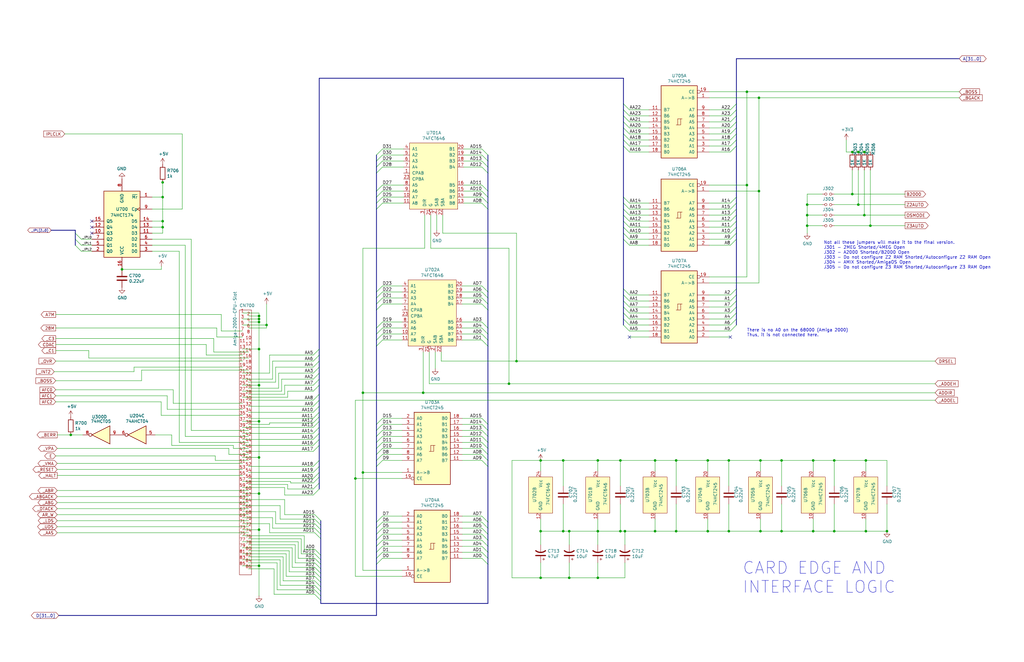
<source format=kicad_sch>
(kicad_sch (version 20211123) (generator eeschema)
  (paper "B")
  (title_block (title "Amiga N2630") (date "2022-03-25") (rev "1.0") (company "Drawn By: Jason Neus"))
  (junction (at 276.225 194.31))
  (junction (at 109.22 133.35))
  (junction (at 285.115 224.155))
  (junction (at 214.63 161.925))
  (junction (at 217.805 152.4))
  (junction (at 263.525 224.155))
  (junction (at 112.395 137.16))
  (junction (at 109.22 193.04))
  (junction (at 314.96 78.105))
  (junction (at 367.03 95.25))
  (junction (at 29.845 183.515))
  (junction (at 340.36 90.805))
  (junction (at 285.115 194.31))
  (junction (at 51.435 113.665))
  (junction (at 364.49 90.805))
  (junction (at 109.22 238.76))
  (junction (at 227.965 243.84))
  (junction (at 320.04 41.275))
  (junction (at 68.58 76.962))
  (junction (at 237.49 224.155))
  (junction (at 364.49 64.135))
  (junction (at 329.565 224.155))
  (junction (at 329.565 194.31))
  (junction (at 342.9 224.155))
  (junction (at 340.36 86.36))
  (junction (at 342.9 194.31))
  (junction (at 153.035 165.735))
  (junction (at 359.41 81.915))
  (junction (at 276.225 224.155))
  (junction (at 178.435 165.735))
  (junction (at 68.58 93.345))
  (junction (at 307.34 194.31))
  (junction (at 252.095 194.31))
  (junction (at 307.34 224.155))
  (junction (at 361.95 64.135))
  (junction (at 374.015 224.155))
  (junction (at 109.22 177.8))
  (junction (at 261.62 194.31))
  (junction (at 252.095 243.84))
  (junction (at 365.125 194.31))
  (junction (at 359.41 64.135))
  (junction (at 109.22 208.28))
  (junction (at 361.95 86.36))
  (junction (at 149.86 201.93))
  (junction (at 237.49 194.31))
  (junction (at 227.965 224.155))
  (junction (at 320.04 80.645))
  (junction (at 109.22 223.52))
  (junction (at 227.965 194.31))
  (junction (at 320.675 224.155))
  (junction (at 109.22 135.89))
  (junction (at 240.03 224.155))
  (junction (at 68.58 83.185))
  (junction (at 298.45 194.31))
  (junction (at 240.03 243.84))
  (junction (at 261.62 224.155))
  (junction (at 351.79 194.31))
  (junction (at 109.22 147.32))
  (junction (at 340.36 95.25))
  (junction (at 314.96 38.735))
  (junction (at 351.79 224.155))
  (junction (at 109.22 134.62))
  (junction (at 109.22 162.56))
  (junction (at 320.675 194.31))
  (junction (at 153.035 199.39))
  (junction (at 252.095 224.155))
  (junction (at 68.58 95.885))
  (junction (at 365.125 224.155))
  (junction (at 298.45 224.155))
  (no_connect (at 265.43 142.24))
  (no_connect (at 38.735 98.425))
  (no_connect (at 38.735 93.345))
  (no_connect (at 38.735 95.885))
  (no_connect (at 307.975 142.24))
  (bus_entry (at 265.43 98.425) (size -2.54 -2.54))
  (bus_entry (at 132.08 187.96) (size 2.54 -2.54))
  (bus_entry (at 203.2 227.965) (size 2.54 2.54))
  (bus_entry (at 132.715 241.3) (size 2.54 2.54))
  (bus_entry (at 132.715 239.395) (size 2.54 2.54))
  (bus_entry (at 132.715 237.49) (size 2.54 2.54))
  (bus_entry (at 132.715 250.825) (size 2.54 2.54))
  (bus_entry (at 132.715 248.92) (size 2.54 2.54))
  (bus_entry (at 132.715 247.015) (size 2.54 2.54))
  (bus_entry (at 132.715 245.11) (size 2.54 2.54))
  (bus_entry (at 132.715 243.205) (size 2.54 2.54))
  (bus_entry (at 132.715 235.585) (size 2.54 2.54))
  (bus_entry (at 265.43 139.7) (size -2.54 -2.54))
  (bus_entry (at 161.29 125.73) (size -2.54 2.54))
  (bus_entry (at 307.975 95.885) (size 2.54 -2.54))
  (bus_entry (at 307.975 124.46) (size 2.54 -2.54))
  (bus_entry (at 132.08 190.5) (size 2.54 -2.54))
  (bus_entry (at 307.975 127) (size 2.54 -2.54))
  (bus_entry (at 307.975 53.975) (size 2.54 -2.54))
  (bus_entry (at 203.2 230.505) (size 2.54 2.54))
  (bus_entry (at 265.43 100.965) (size -2.54 -2.54))
  (bus_entry (at 265.43 137.16) (size -2.54 -2.54))
  (bus_entry (at 161.29 181.61) (size -2.54 2.54))
  (bus_entry (at 307.975 59.055) (size 2.54 -2.54))
  (bus_entry (at 203.2 233.045) (size 2.54 2.54))
  (bus_entry (at 161.29 220.345) (size -2.54 2.54))
  (bus_entry (at 265.43 64.135) (size -2.54 -2.54))
  (bus_entry (at 34.29 106.045) (size -2.54 -2.54))
  (bus_entry (at 203.2 189.23) (size 2.54 2.54))
  (bus_entry (at 203.2 83.185) (size 2.54 2.54))
  (bus_entry (at 161.29 230.505) (size -2.54 2.54))
  (bus_entry (at 161.29 135.89) (size -2.54 2.54))
  (bus_entry (at 265.43 48.895) (size -2.54 -2.54))
  (bus_entry (at 265.43 132.08) (size -2.54 -2.54))
  (bus_entry (at 132.08 196.85) (size 2.54 -2.54))
  (bus_entry (at 132.08 165.1) (size 2.54 -2.54))
  (bus_entry (at 132.08 162.56) (size 2.54 -2.54))
  (bus_entry (at 132.08 160.02) (size 2.54 -2.54))
  (bus_entry (at 132.08 157.48) (size 2.54 -2.54))
  (bus_entry (at 132.08 154.94) (size 2.54 -2.54))
  (bus_entry (at 132.08 152.4) (size 2.54 -2.54))
  (bus_entry (at 132.08 149.86) (size 2.54 -2.54))
  (bus_entry (at 203.2 65.405) (size 2.54 2.54))
  (bus_entry (at 307.975 51.435) (size 2.54 -2.54))
  (bus_entry (at 265.43 129.54) (size -2.54 -2.54))
  (bus_entry (at 161.29 235.585) (size -2.54 2.54))
  (bus_entry (at 203.2 143.51) (size 2.54 2.54))
  (bus_entry (at 203.2 181.61) (size 2.54 2.54))
  (bus_entry (at 262.89 100.965) (size 2.54 2.54))
  (bus_entry (at 265.43 90.805) (size -2.54 -2.54))
  (bus_entry (at 34.29 103.505) (size -2.54 -2.54))
  (bus_entry (at 203.2 70.485) (size 2.54 2.54))
  (bus_entry (at 307.975 139.7) (size 2.54 -2.54))
  (bus_entry (at 203.2 222.885) (size 2.54 2.54))
  (bus_entry (at 132.08 173.99) (size 2.54 -2.54))
  (bus_entry (at 203.2 179.07) (size 2.54 2.54))
  (bus_entry (at 161.29 80.645) (size -2.54 2.54))
  (bus_entry (at 265.43 53.975) (size -2.54 -2.54))
  (bus_entry (at 34.29 100.965) (size -2.54 -2.54))
  (bus_entry (at 203.2 62.865) (size 2.54 2.54))
  (bus_entry (at 161.29 222.885) (size -2.54 2.54))
  (bus_entry (at 203.2 220.345) (size 2.54 2.54))
  (bus_entry (at 161.29 179.07) (size -2.54 2.54))
  (bus_entry (at 132.715 233.68) (size 2.54 2.54))
  (bus_entry (at 132.715 231.775) (size 2.54 2.54))
  (bus_entry (at 132.715 224.79) (size 2.54 2.54))
  (bus_entry (at 132.715 222.885) (size 2.54 2.54))
  (bus_entry (at 132.715 220.98) (size 2.54 2.54))
  (bus_entry (at 132.715 219.075) (size 2.54 2.54))
  (bus_entry (at 132.715 217.17) (size 2.54 2.54))
  (bus_entry (at 161.29 176.53) (size -2.54 2.54))
  (bus_entry (at 132.08 185.42) (size 2.54 -2.54))
  (bus_entry (at 307.975 98.425) (size 2.54 -2.54))
  (bus_entry (at 203.2 191.77) (size 2.54 2.54))
  (bus_entry (at 307.975 100.965) (size 2.54 -2.54))
  (bus_entry (at 307.975 93.345) (size 2.54 -2.54))
  (bus_entry (at 203.2 138.43) (size 2.54 2.54))
  (bus_entry (at 265.43 124.46) (size -2.54 -2.54))
  (bus_entry (at 307.975 46.355) (size 2.54 -2.54))
  (bus_entry (at 307.975 90.805) (size 2.54 -2.54))
  (bus_entry (at 307.975 103.505) (size 2.54 -2.54))
  (bus_entry (at 161.29 233.045) (size -2.54 2.54))
  (bus_entry (at 203.2 128.27) (size 2.54 2.54))
  (bus_entry (at 307.975 56.515) (size 2.54 -2.54))
  (bus_entry (at 203.2 123.19) (size 2.54 2.54))
  (bus_entry (at 203.2 140.97) (size 2.54 2.54))
  (bus_entry (at 265.43 59.055) (size -2.54 -2.54))
  (bus_entry (at 161.29 140.97) (size -2.54 2.54))
  (bus_entry (at 132.08 201.93) (size 2.54 -2.54))
  (bus_entry (at 161.29 85.725) (size -2.54 2.54))
  (bus_entry (at 161.29 186.69) (size -2.54 2.54))
  (bus_entry (at 132.08 182.88) (size 2.54 -2.54))
  (bus_entry (at 203.2 176.53) (size 2.54 2.54))
  (bus_entry (at 161.29 143.51) (size -2.54 2.54))
  (bus_entry (at 132.08 178.435) (size 2.54 -2.54))
  (bus_entry (at 203.2 80.645) (size 2.54 2.54))
  (bus_entry (at 161.29 83.185) (size -2.54 2.54))
  (bus_entry (at 265.43 134.62) (size -2.54 -2.54))
  (bus_entry (at 161.29 194.31) (size -2.54 2.54))
  (bus_entry (at 265.43 95.885) (size -2.54 -2.54))
  (bus_entry (at 265.43 88.265) (size -2.54 -2.54))
  (bus_entry (at 132.08 199.39) (size 2.54 -2.54))
  (bus_entry (at 203.2 120.65) (size 2.54 2.54))
  (bus_entry (at 161.29 123.19) (size -2.54 2.54))
  (bus_entry (at 265.43 85.725) (size -2.54 -2.54))
  (bus_entry (at 132.08 171.45) (size 2.54 -2.54))
  (bus_entry (at 161.29 225.425) (size -2.54 2.54))
  (bus_entry (at 161.29 138.43) (size -2.54 2.54))
  (bus_entry (at 161.29 67.945) (size -2.54 2.54))
  (bus_entry (at 203.2 186.69) (size 2.54 2.54))
  (bus_entry (at 132.08 176.53) (size 2.54 -2.54))
  (bus_entry (at 307.975 129.54) (size 2.54 -2.54))
  (bus_entry (at 161.29 128.27) (size -2.54 2.54))
  (bus_entry (at 161.29 227.965) (size -2.54 2.54))
  (bus_entry (at 265.43 127) (size -2.54 -2.54))
  (bus_entry (at 161.29 184.15) (size -2.54 2.54))
  (bus_entry (at 265.43 51.435) (size -2.54 -2.54))
  (bus_entry (at 203.2 125.73) (size 2.54 2.54))
  (bus_entry (at 203.2 85.725) (size 2.54 2.54))
  (bus_entry (at 307.975 137.16) (size 2.54 -2.54))
  (bus_entry (at 132.08 168.91) (size 2.54 -2.54))
  (bus_entry (at 203.2 135.89) (size 2.54 2.54))
  (bus_entry (at 161.29 189.23) (size -2.54 2.54))
  (bus_entry (at 161.29 78.105) (size -2.54 2.54))
  (bus_entry (at 132.08 180.34) (size 2.54 -2.54))
  (bus_entry (at 161.29 65.405) (size -2.54 2.54))
  (bus_entry (at 307.975 64.135) (size 2.54 -2.54))
  (bus_entry (at 203.2 67.945) (size 2.54 2.54))
  (bus_entry (at 203.2 194.31) (size 2.54 2.54))
  (bus_entry (at 265.43 93.345) (size -2.54 -2.54))
  (bus_entry (at 307.975 88.265) (size 2.54 -2.54))
  (bus_entry (at 203.2 184.15) (size 2.54 2.54))
  (bus_entry (at 307.975 48.895) (size 2.54 -2.54))
  (bus_entry (at 132.08 208.915) (size 2.54 -2.54))
  (bus_entry (at 132.08 203.835) (size 2.54 -2.54))
  (bus_entry (at 132.08 206.375) (size 2.54 -2.54))
  (bus_entry (at 161.29 191.77) (size -2.54 2.54))
  (bus_entry (at 203.2 217.805) (size 2.54 2.54))
  (bus_entry (at 307.975 85.725) (size 2.54 -2.54))
  (bus_entry (at 158.75 123.19) (size 2.54 -2.54))
  (bus_entry (at 203.2 235.585) (size 2.54 2.54))
  (bus_entry (at 158.75 65.405) (size 2.54 -2.54))
  (bus_entry (at 161.29 217.805) (size -2.54 2.54))
  (bus_entry (at 265.43 61.595) (size -2.54 -2.54))
  (bus_entry (at 203.2 78.105) (size 2.54 2.54))
  (bus_entry (at 265.43 56.515) (size -2.54 -2.54))
  (bus_entry (at 307.975 61.595) (size 2.54 -2.54))
  (bus_entry (at 265.43 46.355) (size -2.54 -2.54))
  (bus_entry (at 307.975 134.62) (size 2.54 -2.54))
  (bus_entry (at 307.975 132.08) (size 2.54 -2.54))
  (bus_entry (at 203.2 225.425) (size 2.54 2.54))
  (bus_entry (at 161.29 70.485) (size -2.54 2.54))
  (wire (pts (xy 273.685 142.24) (xy 265.43 142.24)))
  (bus (pts (xy 205.74 194.31) (xy 205.74 196.85)))
  (bus (pts (xy 134.62 154.94) (xy 134.62 157.48)))
  (wire (pts (xy 120.015 162.56) (xy 120.015 166.37)))
  (wire (pts (xy 113.665 220.98) (xy 113.665 224.79)))
  (wire (pts (xy 273.685 95.885) (xy 265.43 95.885)))
  (wire (pts (xy 102.235 167.64) (xy 121.285 167.64)))
  (wire (pts (xy 374.015 194.31) (xy 374.015 205.105)))
  (wire (pts (xy 102.235 231.14) (xy 123.19 231.14)))
  (wire (pts (xy 96.52 189.23) (xy 24.13 189.23)))
  (bus (pts (xy 205.74 88.265) (xy 205.74 123.19)))
  (wire (pts (xy 169.545 140.97) (xy 161.29 140.97)))
  (wire (pts (xy 194.945 184.15) (xy 203.2 184.15)))
  (bus (pts (xy 158.75 80.645) (xy 158.75 83.185)))
  (bus (pts (xy 262.89 129.54) (xy 262.89 132.08)))
  (wire (pts (xy 121.92 241.3) (xy 132.715 241.3)))
  (wire (pts (xy 128.27 226.06) (xy 128.27 231.775)))
  (bus (pts (xy 158.75 235.585) (xy 158.75 238.125)))
  (wire (pts (xy 104.775 138.43) (xy 112.395 138.43)))
  (wire (pts (xy 194.945 227.965) (xy 203.2 227.965)))
  (bus (pts (xy 135.255 223.52) (xy 135.255 225.425)))
  (wire (pts (xy 169.545 143.51) (xy 161.29 143.51)))
  (wire (pts (xy 104.775 156.21) (xy 59.69 156.21)))
  (bus (pts (xy 135.255 240.03) (xy 135.255 241.935)))
  (bus (pts (xy 262.89 98.425) (xy 262.89 100.965)))
  (wire (pts (xy 109.22 132.08) (xy 109.22 133.35)))
  (wire (pts (xy 104.775 173.99) (xy 132.08 173.99)))
  (wire (pts (xy 365.125 198.755) (xy 365.125 194.31)))
  (wire (pts (xy 102.235 132.08) (xy 109.22 132.08)))
  (wire (pts (xy 153.035 199.39) (xy 153.035 240.665)))
  (wire (pts (xy 90.805 194.31) (xy 90.805 192.405)))
  (wire (pts (xy 273.685 88.265) (xy 265.43 88.265)))
  (wire (pts (xy 299.085 85.725) (xy 307.975 85.725)))
  (wire (pts (xy 320.675 194.31) (xy 329.565 194.31)))
  (wire (pts (xy 149.86 243.205) (xy 169.545 243.205)))
  (wire (pts (xy 90.17 142.875) (xy 90.17 148.59)))
  (wire (pts (xy 78.105 103.505) (xy 78.105 184.15)))
  (wire (pts (xy 112.395 137.16) (xy 112.395 128.27)))
  (wire (pts (xy 227.965 194.31) (xy 237.49 194.31)))
  (wire (pts (xy 299.085 53.975) (xy 307.975 53.975)))
  (wire (pts (xy 27.305 56.515) (xy 76.835 56.515)))
  (wire (pts (xy 276.225 194.31) (xy 285.115 194.31)))
  (wire (pts (xy 346.71 95.25) (xy 340.36 95.25)))
  (wire (pts (xy 276.225 198.755) (xy 276.225 194.31)))
  (bus (pts (xy 134.62 177.8) (xy 134.62 180.34)))
  (bus (pts (xy 262.89 90.805) (xy 262.89 93.345)))
  (wire (pts (xy 340.36 81.915) (xy 340.36 86.36)))
  (wire (pts (xy 102.235 187.96) (xy 132.08 187.96)))
  (wire (pts (xy 169.545 191.77) (xy 161.29 191.77)))
  (wire (pts (xy 169.545 179.07) (xy 161.29 179.07)))
  (wire (pts (xy 153.035 240.665) (xy 169.545 240.665)))
  (bus (pts (xy 310.515 53.975) (xy 310.515 56.515)))
  (wire (pts (xy 361.95 86.36) (xy 381.635 86.36)))
  (wire (pts (xy 102.235 198.12) (xy 24.13 198.12)))
  (bus (pts (xy 205.74 179.07) (xy 205.74 181.61)))
  (wire (pts (xy 102.235 236.22) (xy 118.11 236.22)))
  (wire (pts (xy 72.39 187.96) (xy 72.39 183.515)))
  (bus (pts (xy 310.515 51.435) (xy 310.515 53.975)))
  (wire (pts (xy 169.545 189.23) (xy 161.29 189.23)))
  (wire (pts (xy 104.775 191.77) (xy 96.52 191.77)))
  (wire (pts (xy 104.775 196.85) (xy 132.08 196.85)))
  (wire (pts (xy 120.015 217.17) (xy 132.715 217.17)))
  (wire (pts (xy 195.58 70.485) (xy 203.2 70.485)))
  (wire (pts (xy 194.945 194.31) (xy 203.2 194.31)))
  (wire (pts (xy 170.18 70.485) (xy 161.29 70.485)))
  (bus (pts (xy 134.62 152.4) (xy 134.62 154.94)))
  (wire (pts (xy 217.805 152.4) (xy 394.335 152.4)))
  (wire (pts (xy 340.36 95.25) (xy 340.36 98.425)))
  (wire (pts (xy 113.665 157.48) (xy 113.665 149.86)))
  (wire (pts (xy 104.775 184.15) (xy 78.105 184.15)))
  (bus (pts (xy 134.62 33.02) (xy 134.62 147.32)))
  (wire (pts (xy 169.545 186.69) (xy 161.29 186.69)))
  (wire (pts (xy 314.96 38.735) (xy 299.085 38.735)))
  (bus (pts (xy 205.74 140.97) (xy 205.74 143.51)))
  (wire (pts (xy 169.545 220.345) (xy 161.29 220.345)))
  (bus (pts (xy 262.89 95.885) (xy 262.89 98.425)))
  (wire (pts (xy 194.945 143.51) (xy 203.2 143.51)))
  (bus (pts (xy 310.515 95.885) (xy 310.515 98.425)))
  (wire (pts (xy 109.22 208.28) (xy 109.22 223.52)))
  (wire (pts (xy 149.86 201.93) (xy 149.86 243.205)))
  (bus (pts (xy 158.75 233.045) (xy 158.75 235.585)))
  (wire (pts (xy 118.11 219.075) (xy 132.715 219.075)))
  (wire (pts (xy 56.515 156.845) (xy 56.515 154.94)))
  (bus (pts (xy 262.89 85.725) (xy 262.89 88.265)))
  (wire (pts (xy 170.18 65.405) (xy 161.29 65.405)))
  (bus (pts (xy 31.75 98.425) (xy 31.75 100.965)))
  (wire (pts (xy 102.235 152.4) (xy 23.495 152.4)))
  (wire (pts (xy 340.36 86.36) (xy 340.36 90.805)))
  (wire (pts (xy 194.945 176.53) (xy 203.2 176.53)))
  (wire (pts (xy 23.495 169.545) (xy 67.945 169.545)))
  (bus (pts (xy 205.74 85.725) (xy 205.74 88.265)))
  (wire (pts (xy 351.79 95.25) (xy 367.03 95.25)))
  (bus (pts (xy 134.62 166.37) (xy 134.62 168.91)))
  (wire (pts (xy 342.9 198.755) (xy 342.9 194.31)))
  (wire (pts (xy 109.22 193.04) (xy 109.22 208.28)))
  (wire (pts (xy 113.665 224.79) (xy 132.715 224.79)))
  (wire (pts (xy 346.71 90.805) (xy 340.36 90.805)))
  (bus (pts (xy 134.62 199.39) (xy 134.62 201.295)))
  (wire (pts (xy 104.775 217.17) (xy 24.13 217.17)))
  (wire (pts (xy 104.775 148.59) (xy 90.17 148.59)))
  (wire (pts (xy 102.235 180.34) (xy 132.08 180.34)))
  (wire (pts (xy 178.435 165.735) (xy 153.035 165.735)))
  (bus (pts (xy 262.89 51.435) (xy 262.89 53.975)))
  (bus (pts (xy 310.515 43.815) (xy 310.515 46.355)))
  (wire (pts (xy 91.44 138.43) (xy 23.495 138.43)))
  (bus (pts (xy 310.515 129.54) (xy 310.515 132.08)))
  (bus (pts (xy 135.255 245.745) (xy 135.255 247.65)))
  (bus (pts (xy 262.89 33.02) (xy 134.62 33.02)))
  (wire (pts (xy 178.435 165.735) (xy 178.435 148.59)))
  (bus (pts (xy 158.75 70.485) (xy 158.75 73.025)))
  (wire (pts (xy 273.685 56.515) (xy 265.43 56.515)))
  (wire (pts (xy 299.085 132.08) (xy 307.975 132.08)))
  (wire (pts (xy 122.555 203.2) (xy 122.555 203.835)))
  (bus (pts (xy 158.75 138.43) (xy 158.75 140.97)))
  (wire (pts (xy 102.235 172.72) (xy 70.485 172.72)))
  (wire (pts (xy 64.135 98.425) (xy 68.58 98.425)))
  (wire (pts (xy 285.115 224.155) (xy 298.45 224.155)))
  (wire (pts (xy 314.96 78.105) (xy 314.96 38.735)))
  (wire (pts (xy 109.22 162.56) (xy 109.22 177.8)))
  (wire (pts (xy 104.775 135.89) (xy 109.22 135.89)))
  (wire (pts (xy 68.58 95.885) (xy 68.58 98.425)))
  (bus (pts (xy 205.74 146.05) (xy 205.74 179.07)))
  (bus (pts (xy 158.75 128.27) (xy 158.75 130.81)))
  (wire (pts (xy 170.18 62.865) (xy 161.29 62.865)))
  (bus (pts (xy 31.75 97.155) (xy 31.75 98.425)))
  (wire (pts (xy 169.545 230.505) (xy 161.29 230.505)))
  (wire (pts (xy 307.975 142.24) (xy 299.085 142.24)))
  (wire (pts (xy 102.235 165.1) (xy 118.745 165.1)))
  (bus (pts (xy 158.75 196.85) (xy 158.75 220.345)))
  (wire (pts (xy 118.11 247.015) (xy 132.715 247.015)))
  (bus (pts (xy 158.75 186.69) (xy 158.75 189.23)))
  (bus (pts (xy 205.74 67.945) (xy 205.74 70.485)))
  (wire (pts (xy 102.235 142.24) (xy 91.44 142.24)))
  (wire (pts (xy 120.015 208.915) (xy 132.08 208.915)))
  (wire (pts (xy 102.235 220.98) (xy 113.665 220.98)))
  (wire (pts (xy 104.775 201.93) (xy 132.08 201.93)))
  (wire (pts (xy 273.685 61.595) (xy 265.43 61.595)))
  (wire (pts (xy 273.685 85.725) (xy 265.43 85.725)))
  (wire (pts (xy 104.775 207.01) (xy 24.13 207.01)))
  (bus (pts (xy 158.75 227.965) (xy 158.75 230.505)))
  (wire (pts (xy 320.04 41.275) (xy 299.085 41.275)))
  (bus (pts (xy 205.74 225.425) (xy 205.74 227.965)))
  (wire (pts (xy 364.49 64.135) (xy 367.03 64.135)))
  (wire (pts (xy 299.085 98.425) (xy 307.975 98.425)))
  (wire (pts (xy 367.03 71.755) (xy 367.03 95.25)))
  (wire (pts (xy 124.46 237.49) (xy 132.715 237.49)))
  (wire (pts (xy 115.57 240.03) (xy 115.57 250.825)))
  (bus (pts (xy 135.255 221.615) (xy 135.255 223.52)))
  (wire (pts (xy 109.22 133.35) (xy 109.22 134.62)))
  (bus (pts (xy 134.62 175.895) (xy 134.62 177.8)))
  (bus (pts (xy 134.62 180.34) (xy 134.62 182.88)))
  (wire (pts (xy 102.235 193.04) (xy 109.22 193.04)))
  (wire (pts (xy 273.685 51.435) (xy 265.43 51.435)))
  (bus (pts (xy 262.89 121.92) (xy 262.89 124.46)))
  (wire (pts (xy 122.555 203.835) (xy 132.08 203.835)))
  (wire (pts (xy 70.485 167.005) (xy 23.495 167.005)))
  (wire (pts (xy 59.69 160.655) (xy 59.69 156.21)))
  (bus (pts (xy 158.75 67.945) (xy 158.75 70.485)))
  (wire (pts (xy 299.085 100.965) (xy 307.975 100.965)))
  (wire (pts (xy 51.435 113.665) (xy 68.072 113.665)))
  (bus (pts (xy 205.74 184.15) (xy 205.74 186.69)))
  (wire (pts (xy 70.485 172.72) (xy 70.485 167.005)))
  (wire (pts (xy 109.22 135.89) (xy 109.22 147.32)))
  (bus (pts (xy 158.75 189.23) (xy 158.75 191.77)))
  (wire (pts (xy 320.675 198.755) (xy 320.675 194.31)))
  (wire (pts (xy 68.58 83.185) (xy 64.135 83.185)))
  (wire (pts (xy 195.58 80.645) (xy 203.2 80.645)))
  (bus (pts (xy 158.75 220.345) (xy 158.75 222.885)))
  (wire (pts (xy 37.465 151.13) (xy 37.465 147.955)))
  (wire (pts (xy 169.545 184.15) (xy 161.29 184.15)))
  (wire (pts (xy 351.79 194.31) (xy 365.125 194.31)))
  (wire (pts (xy 120.015 205.74) (xy 120.015 208.915)))
  (bus (pts (xy 135.255 219.71) (xy 135.255 221.615)))
  (bus (pts (xy 310.515 61.595) (xy 310.515 83.185)))
  (wire (pts (xy 68.58 76.835) (xy 68.58 76.962)))
  (wire (pts (xy 252.095 224.155) (xy 261.62 224.155)))
  (wire (pts (xy 194.945 181.61) (xy 203.2 181.61)))
  (wire (pts (xy 102.235 203.2) (xy 122.555 203.2)))
  (bus (pts (xy 135.255 247.65) (xy 135.255 249.555)))
  (wire (pts (xy 195.58 83.185) (xy 203.2 83.185)))
  (bus (pts (xy 310.515 134.62) (xy 310.515 137.16)))
  (bus (pts (xy 158.75 191.77) (xy 158.75 194.31)))
  (wire (pts (xy 132.08 178.435) (xy 113.665 178.435)))
  (wire (pts (xy 299.085 93.345) (xy 307.975 93.345)))
  (wire (pts (xy 102.235 182.88) (xy 132.08 182.88)))
  (wire (pts (xy 214.63 161.925) (xy 180.975 161.925)))
  (wire (pts (xy 240.03 229.87) (xy 240.03 224.155)))
  (wire (pts (xy 299.085 78.105) (xy 314.96 78.105)))
  (wire (pts (xy 346.71 86.36) (xy 340.36 86.36)))
  (wire (pts (xy 169.545 176.53) (xy 161.29 176.53)))
  (wire (pts (xy 102.235 137.16) (xy 112.395 137.16)))
  (wire (pts (xy 116.205 220.98) (xy 132.715 220.98)))
  (bus (pts (xy 135.255 251.46) (xy 135.255 253.365)))
  (wire (pts (xy 170.18 78.105) (xy 161.29 78.105)))
  (wire (pts (xy 194.945 191.77) (xy 203.2 191.77)))
  (wire (pts (xy 299.085 56.515) (xy 307.975 56.515)))
  (wire (pts (xy 102.235 205.74) (xy 120.015 205.74)))
  (wire (pts (xy 195.58 85.725) (xy 203.2 85.725)))
  (wire (pts (xy 38.735 103.505) (xy 34.29 103.505)))
  (wire (pts (xy 261.62 194.31) (xy 276.225 194.31)))
  (wire (pts (xy 374.015 224.155) (xy 374.015 212.725)))
  (wire (pts (xy 153.035 165.735) (xy 153.035 104.775)))
  (wire (pts (xy 86.995 145.415) (xy 23.495 145.415)))
  (bus (pts (xy 310.515 127) (xy 310.515 129.54)))
  (wire (pts (xy 64.135 93.345) (xy 68.58 93.345)))
  (wire (pts (xy 237.49 224.155) (xy 240.03 224.155)))
  (wire (pts (xy 102.235 134.62) (xy 109.22 134.62)))
  (wire (pts (xy 194.945 220.345) (xy 203.2 220.345)))
  (wire (pts (xy 320.04 80.645) (xy 320.04 41.275)))
  (wire (pts (xy 64.135 95.885) (xy 68.58 95.885)))
  (wire (pts (xy 181.61 104.775) (xy 214.63 104.775)))
  (wire (pts (xy 217.805 152.4) (xy 186.055 152.4)))
  (wire (pts (xy 102.235 228.6) (xy 125.73 228.6)))
  (wire (pts (xy 102.235 226.06) (xy 128.27 226.06)))
  (wire (pts (xy 102.235 195.58) (xy 24.13 195.58)))
  (wire (pts (xy 23.495 164.465) (xy 73.025 164.465)))
  (wire (pts (xy 169.545 225.425) (xy 161.29 225.425)))
  (bus (pts (xy 135.255 236.22) (xy 135.255 238.125)))
  (wire (pts (xy 104.775 161.29) (xy 116.205 161.29)))
  (wire (pts (xy 116.205 215.9) (xy 116.205 220.98)))
  (bus (pts (xy 310.515 121.92) (xy 310.515 124.46)))
  (wire (pts (xy 351.79 224.155) (xy 365.125 224.155)))
  (wire (pts (xy 299.085 124.46) (xy 307.975 124.46)))
  (bus (pts (xy 134.62 201.295) (xy 134.62 203.835)))
  (wire (pts (xy 121.92 232.41) (xy 121.92 241.3)))
  (bus (pts (xy 205.74 80.645) (xy 205.74 83.185)))
  (wire (pts (xy 104.775 212.09) (xy 24.13 212.09)))
  (wire (pts (xy 169.545 135.89) (xy 161.29 135.89)))
  (bus (pts (xy 134.62 203.835) (xy 134.62 206.375)))
  (bus (pts (xy 205.74 70.485) (xy 205.74 73.025)))
  (bus (pts (xy 262.89 88.265) (xy 262.89 90.805)))
  (wire (pts (xy 320.675 224.155) (xy 329.565 224.155)))
  (wire (pts (xy 252.095 198.755) (xy 252.095 194.31)))
  (wire (pts (xy 195.58 67.945) (xy 203.2 67.945)))
  (bus (pts (xy 262.89 33.02) (xy 262.89 43.815)))
  (wire (pts (xy 102.235 157.48) (xy 113.665 157.48)))
  (wire (pts (xy 116.84 237.49) (xy 116.84 248.92)))
  (wire (pts (xy 120.015 210.82) (xy 120.015 217.17)))
  (bus (pts (xy 158.75 140.97) (xy 158.75 143.51)))
  (wire (pts (xy 169.545 222.885) (xy 161.29 222.885)))
  (wire (pts (xy 102.235 175.26) (xy 67.945 175.26)))
  (wire (pts (xy 109.22 177.8) (xy 109.22 193.04)))
  (wire (pts (xy 68.58 76.962) (xy 68.58 83.185)))
  (wire (pts (xy 314.96 116.84) (xy 314.96 78.105)))
  (bus (pts (xy 262.89 93.345) (xy 262.89 95.885)))
  (wire (pts (xy 240.03 243.84) (xy 252.095 243.84)))
  (bus (pts (xy 158.75 83.185) (xy 158.75 85.725)))
  (bus (pts (xy 310.515 85.725) (xy 310.515 88.265)))
  (bus (pts (xy 205.74 235.585) (xy 205.74 238.125)))
  (wire (pts (xy 104.775 224.79) (xy 24.13 224.79)))
  (wire (pts (xy 320.675 219.075) (xy 320.675 224.155)))
  (wire (pts (xy 263.525 224.155) (xy 276.225 224.155)))
  (wire (pts (xy 240.03 224.155) (xy 252.095 224.155)))
  (wire (pts (xy 329.565 194.31) (xy 342.9 194.31)))
  (bus (pts (xy 205.74 220.345) (xy 205.74 222.885)))
  (wire (pts (xy 119.38 245.11) (xy 132.715 245.11)))
  (wire (pts (xy 118.11 213.36) (xy 118.11 219.075)))
  (wire (pts (xy 104.775 209.55) (xy 24.13 209.55)))
  (wire (pts (xy 102.235 162.56) (xy 109.22 162.56)))
  (wire (pts (xy 113.665 178.435) (xy 113.665 179.07)))
  (wire (pts (xy 298.45 194.31) (xy 307.34 194.31)))
  (wire (pts (xy 194.945 189.23) (xy 203.2 189.23)))
  (bus (pts (xy 310.515 59.055) (xy 310.515 61.595)))
  (wire (pts (xy 132.08 165.1) (xy 121.285 165.1)))
  (bus (pts (xy 205.74 73.025) (xy 205.74 80.645)))
  (wire (pts (xy 298.45 219.075) (xy 298.45 224.155)))
  (wire (pts (xy 186.055 152.4) (xy 186.055 148.59)))
  (wire (pts (xy 194.945 235.585) (xy 203.2 235.585)))
  (wire (pts (xy 104.775 227.33) (xy 127 227.33)))
  (wire (pts (xy 23.495 160.655) (xy 59.69 160.655)))
  (bus (pts (xy 310.515 83.185) (xy 310.515 85.725)))
  (wire (pts (xy 169.545 125.73) (xy 161.29 125.73)))
  (wire (pts (xy 273.685 53.975) (xy 265.43 53.975)))
  (wire (pts (xy 299.085 103.505) (xy 307.975 103.505)))
  (wire (pts (xy 320.04 41.275) (xy 404.495 41.275)))
  (bus (pts (xy 134.62 194.31) (xy 134.62 196.85)))
  (wire (pts (xy 299.085 61.595) (xy 307.975 61.595)))
  (wire (pts (xy 307.34 212.725) (xy 307.34 224.155)))
  (wire (pts (xy 104.775 199.39) (xy 132.08 199.39)))
  (wire (pts (xy 364.49 90.805) (xy 381.635 90.805)))
  (wire (pts (xy 273.685 59.055) (xy 265.43 59.055)))
  (wire (pts (xy 273.685 139.7) (xy 265.43 139.7)))
  (wire (pts (xy 261.62 205.105) (xy 261.62 194.31)))
  (bus (pts (xy 205.74 65.405) (xy 205.74 67.945)))
  (bus (pts (xy 310.515 88.265) (xy 310.515 90.805)))
  (wire (pts (xy 351.79 205.105) (xy 351.79 194.31)))
  (wire (pts (xy 102.235 238.76) (xy 109.22 238.76)))
  (bus (pts (xy 262.89 124.46) (xy 262.89 127)))
  (bus (pts (xy 135.255 241.935) (xy 135.255 243.84)))
  (wire (pts (xy 215.9 194.31) (xy 227.965 194.31)))
  (wire (pts (xy 68.072 112.395) (xy 68.072 113.665)))
  (wire (pts (xy 104.775 214.63) (xy 24.13 214.63)))
  (wire (pts (xy 195.58 78.105) (xy 203.2 78.105)))
  (wire (pts (xy 68.58 93.345) (xy 68.58 95.885)))
  (wire (pts (xy 273.685 132.08) (xy 265.43 132.08)))
  (bus (pts (xy 205.74 196.85) (xy 205.74 220.345)))
  (wire (pts (xy 169.545 217.805) (xy 161.29 217.805)))
  (wire (pts (xy 127 233.68) (xy 132.715 233.68)))
  (wire (pts (xy 104.775 229.87) (xy 124.46 229.87)))
  (wire (pts (xy 102.235 215.9) (xy 116.205 215.9)))
  (wire (pts (xy 169.545 199.39) (xy 153.035 199.39)))
  (wire (pts (xy 123.19 239.395) (xy 132.715 239.395)))
  (bus (pts (xy 134.62 171.45) (xy 134.62 173.99)))
  (wire (pts (xy 195.58 62.865) (xy 203.2 62.865)))
  (wire (pts (xy 118.745 160.02) (xy 118.745 165.1)))
  (wire (pts (xy 90.805 192.405) (xy 23.495 192.405)))
  (bus (pts (xy 205.74 143.51) (xy 205.74 146.05)))
  (wire (pts (xy 169.545 123.19) (xy 161.29 123.19)))
  (wire (pts (xy 217.805 98.425) (xy 217.805 152.4)))
  (bus (pts (xy 158.75 85.725) (xy 158.75 88.265)))
  (wire (pts (xy 227.965 198.755) (xy 227.965 194.31)))
  (wire (pts (xy 170.18 83.185) (xy 161.29 83.185)))
  (bus (pts (xy 262.89 56.515) (xy 262.89 59.055)))
  (wire (pts (xy 109.22 147.32) (xy 109.22 162.56)))
  (wire (pts (xy 38.735 106.045) (xy 34.29 106.045)))
  (wire (pts (xy 227.965 229.87) (xy 227.965 224.155)))
  (wire (pts (xy 153.035 165.735) (xy 153.035 199.39)))
  (wire (pts (xy 120.65 233.68) (xy 120.65 243.205)))
  (wire (pts (xy 342.9 219.075) (xy 342.9 224.155)))
  (wire (pts (xy 351.79 86.36) (xy 361.95 86.36)))
  (bus (pts (xy 205.74 138.43) (xy 205.74 140.97)))
  (bus (pts (xy 205.74 227.965) (xy 205.74 230.505)))
  (wire (pts (xy 273.685 93.345) (xy 265.43 93.345)))
  (wire (pts (xy 117.475 157.48) (xy 117.475 163.83)))
  (wire (pts (xy 252.095 229.87) (xy 252.095 224.155)))
  (bus (pts (xy 262.89 46.355) (xy 262.89 48.895)))
  (wire (pts (xy 118.11 236.22) (xy 118.11 247.015)))
  (bus (pts (xy 135.255 253.365) (xy 135.255 254.635)))
  (bus (pts (xy 158.75 65.405) (xy 158.75 67.945)))
  (bus (pts (xy 205.74 222.885) (xy 205.74 225.425)))
  (wire (pts (xy 273.685 98.425) (xy 265.43 98.425)))
  (wire (pts (xy 361.95 64.135) (xy 364.49 64.135)))
  (bus (pts (xy 158.75 259.715) (xy 24.765 259.715)))
  (bus (pts (xy 31.75 100.965) (xy 31.75 103.505)))
  (wire (pts (xy 98.425 187.96) (xy 72.39 187.96)))
  (wire (pts (xy 356.87 64.135) (xy 359.41 64.135)))
  (bus (pts (xy 205.74 233.045) (xy 205.74 235.585)))
  (wire (pts (xy 361.95 71.755) (xy 361.95 86.36)))
  (wire (pts (xy 276.225 224.155) (xy 285.115 224.155)))
  (wire (pts (xy 104.775 234.95) (xy 119.38 234.95)))
  (bus (pts (xy 134.62 182.88) (xy 134.62 185.42)))
  (wire (pts (xy 102.235 200.66) (xy 24.13 200.66)))
  (wire (pts (xy 285.115 205.105) (xy 285.115 194.31)))
  (wire (pts (xy 104.775 204.47) (xy 121.285 204.47)))
  (bus (pts (xy 158.75 146.05) (xy 158.75 179.07)))
  (wire (pts (xy 299.085 127) (xy 307.975 127)))
  (bus (pts (xy 158.75 143.51) (xy 158.75 146.05)))
  (wire (pts (xy 359.41 81.915) (xy 381.635 81.915)))
  (wire (pts (xy 120.65 243.205) (xy 132.715 243.205)))
  (wire (pts (xy 299.085 46.355) (xy 307.975 46.355)))
  (wire (pts (xy 64.135 106.045) (xy 75.565 106.045)))
  (wire (pts (xy 329.565 212.725) (xy 329.565 224.155)))
  (bus (pts (xy 205.74 238.125) (xy 205.74 254.635)))
  (wire (pts (xy 186.69 90.805) (xy 186.69 98.425)))
  (wire (pts (xy 23.495 142.875) (xy 90.17 142.875)))
  (wire (pts (xy 169.545 128.27) (xy 161.29 128.27)))
  (bus (pts (xy 205.74 189.23) (xy 205.74 191.77)))
  (wire (pts (xy 299.085 80.645) (xy 320.04 80.645)))
  (wire (pts (xy 38.735 100.965) (xy 34.29 100.965)))
  (wire (pts (xy 186.69 98.425) (xy 217.805 98.425)))
  (wire (pts (xy 115.57 250.825) (xy 132.715 250.825)))
  (wire (pts (xy 121.285 206.375) (xy 132.08 206.375)))
  (wire (pts (xy 342.9 194.31) (xy 351.79 194.31)))
  (wire (pts (xy 273.685 90.805) (xy 265.43 90.805)))
  (wire (pts (xy 169.545 138.43) (xy 161.29 138.43)))
  (bus (pts (xy 310.515 98.425) (xy 310.515 100.965)))
  (bus (pts (xy 158.75 125.73) (xy 158.75 128.27)))
  (wire (pts (xy 307.34 194.31) (xy 320.675 194.31)))
  (bus (pts (xy 205.74 125.73) (xy 205.74 128.27)))
  (wire (pts (xy 104.775 189.23) (xy 98.425 189.23)))
  (bus (pts (xy 135.255 234.315) (xy 135.255 236.22)))
  (bus (pts (xy 205.74 130.81) (xy 205.74 138.43)))
  (wire (pts (xy 119.38 234.95) (xy 119.38 245.11)))
  (wire (pts (xy 169.545 194.31) (xy 161.29 194.31)))
  (bus (pts (xy 262.89 83.185) (xy 262.89 85.725)))
  (wire (pts (xy 102.235 139.7) (xy 93.345 139.7)))
  (bus (pts (xy 134.62 149.86) (xy 134.62 152.4)))
  (wire (pts (xy 359.41 64.135) (xy 361.95 64.135)))
  (wire (pts (xy 356.87 59.055) (xy 356.87 64.135)))
  (wire (pts (xy 214.63 161.925) (xy 394.335 161.925)))
  (bus (pts (xy 310.515 24.765) (xy 310.515 43.815)))
  (wire (pts (xy 276.225 219.075) (xy 276.225 224.155)))
  (wire (pts (xy 169.545 181.61) (xy 161.29 181.61)))
  (wire (pts (xy 299.085 137.16) (xy 307.975 137.16)))
  (wire (pts (xy 170.18 85.725) (xy 161.29 85.725)))
  (wire (pts (xy 104.775 219.71) (xy 24.13 219.71)))
  (wire (pts (xy 102.235 147.32) (xy 109.22 147.32)))
  (wire (pts (xy 261.62 224.155) (xy 263.525 224.155)))
  (wire (pts (xy 149.86 168.91) (xy 394.335 168.91)))
  (bus (pts (xy 158.75 123.19) (xy 158.75 125.73)))
  (wire (pts (xy 265.43 103.505) (xy 273.685 103.505)))
  (wire (pts (xy 299.085 116.84) (xy 314.96 116.84)))
  (wire (pts (xy 240.03 237.49) (xy 240.03 243.84)))
  (bus (pts (xy 158.75 184.15) (xy 158.75 186.69)))
  (wire (pts (xy 364.49 71.755) (xy 364.49 90.805)))
  (wire (pts (xy 127 227.33) (xy 127 233.68)))
  (wire (pts (xy 194.945 186.69) (xy 203.2 186.69)))
  (wire (pts (xy 273.685 127) (xy 265.43 127)))
  (wire (pts (xy 285.115 194.31) (xy 298.45 194.31)))
  (wire (pts (xy 252.095 194.31) (xy 261.62 194.31)))
  (bus (pts (xy 134.62 162.56) (xy 134.62 166.37)))
  (wire (pts (xy 181.61 90.805) (xy 181.61 104.775)))
  (wire (pts (xy 102.235 223.52) (xy 109.22 223.52)))
  (wire (pts (xy 132.08 160.02) (xy 118.745 160.02)))
  (wire (pts (xy 299.085 119.38) (xy 320.04 119.38)))
  (bus (pts (xy 310.515 48.895) (xy 310.515 51.435)))
  (wire (pts (xy 178.435 165.735) (xy 394.335 165.735)))
  (wire (pts (xy 114.935 222.885) (xy 132.715 222.885)))
  (wire (pts (xy 93.345 139.7) (xy 93.345 132.715)))
  (wire (pts (xy 194.945 140.97) (xy 203.2 140.97)))
  (wire (pts (xy 273.685 100.965) (xy 265.43 100.965)))
  (wire (pts (xy 237.49 205.105) (xy 237.49 194.31)))
  (wire (pts (xy 298.45 224.155) (xy 307.34 224.155)))
  (wire (pts (xy 365.125 219.075) (xy 365.125 224.155)))
  (wire (pts (xy 104.775 171.45) (xy 132.08 171.45)))
  (wire (pts (xy 109.22 134.62) (xy 109.22 135.89)))
  (wire (pts (xy 113.665 149.86) (xy 132.08 149.86)))
  (wire (pts (xy 194.945 233.045) (xy 203.2 233.045)))
  (wire (pts (xy 102.235 218.44) (xy 114.935 218.44)))
  (wire (pts (xy 102.235 208.28) (xy 109.22 208.28)))
  (wire (pts (xy 86.995 149.86) (xy 86.995 145.415)))
  (bus (pts (xy 158.75 194.31) (xy 158.75 196.85)))
  (bus (pts (xy 158.75 73.025) (xy 158.75 80.645)))
  (wire (pts (xy 114.935 218.44) (xy 114.935 222.885)))
  (wire (pts (xy 285.115 212.725) (xy 285.115 224.155)))
  (wire (pts (xy 76.835 56.515) (xy 76.835 88.265)))
  (wire (pts (xy 102.235 154.94) (xy 56.515 154.94)))
  (bus (pts (xy 310.515 46.355) (xy 310.515 48.895)))
  (bus (pts (xy 310.515 93.345) (xy 310.515 95.885)))
  (wire (pts (xy 73.025 164.465) (xy 73.025 170.18)))
  (wire (pts (xy 195.58 65.405) (xy 203.2 65.405)))
  (bus (pts (xy 205.74 230.505) (xy 205.74 233.045)))
  (wire (pts (xy 125.73 235.585) (xy 132.715 235.585)))
  (wire (pts (xy 194.945 138.43) (xy 203.2 138.43)))
  (wire (pts (xy 132.08 162.56) (xy 120.015 162.56)))
  (wire (pts (xy 37.465 151.13) (xy 104.775 151.13)))
  (bus (pts (xy 134.62 187.96) (xy 134.62 194.31)))
  (wire (pts (xy 112.395 138.43) (xy 112.395 137.16)))
  (bus (pts (xy 262.89 59.055) (xy 262.89 61.595)))
  (bus (pts (xy 134.62 185.42) (xy 134.62 187.96)))
  (wire (pts (xy 261.62 212.725) (xy 261.62 224.155)))
  (wire (pts (xy 365.125 194.31) (xy 374.015 194.31)))
  (wire (pts (xy 80.645 100.965) (xy 80.645 181.61)))
  (wire (pts (xy 22.86 156.845) (xy 56.515 156.845)))
  (wire (pts (xy 121.285 204.47) (xy 121.285 206.375)))
  (bus (pts (xy 135.255 254.635) (xy 205.74 254.635)))
  (wire (pts (xy 104.775 240.03) (xy 115.57 240.03)))
  (wire (pts (xy 169.545 201.93) (xy 149.86 201.93)))
  (wire (pts (xy 104.775 133.35) (xy 109.22 133.35)))
  (wire (pts (xy 104.775 176.53) (xy 132.08 176.53)))
  (wire (pts (xy 116.205 154.94) (xy 116.205 161.29)))
  (wire (pts (xy 104.775 222.25) (xy 24.13 222.25)))
  (wire (pts (xy 194.945 135.89) (xy 203.2 135.89)))
  (bus (pts (xy 310.515 90.805) (xy 310.515 93.345)))
  (wire (pts (xy 124.46 229.87) (xy 124.46 237.49)))
  (wire (pts (xy 104.775 186.69) (xy 75.565 186.69)))
  (wire (pts (xy 365.125 224.155) (xy 374.015 224.155)))
  (wire (pts (xy 273.685 46.355) (xy 265.43 46.355)))
  (wire (pts (xy 215.9 243.84) (xy 215.9 194.31)))
  (wire (pts (xy 299.085 90.805) (xy 307.975 90.805)))
  (wire (pts (xy 183.515 148.59) (xy 183.515 155.575)))
  (wire (pts (xy 37.465 147.955) (xy 23.495 147.955)))
  (bus (pts (xy 134.62 173.99) (xy 134.62 175.895)))
  (wire (pts (xy 314.96 38.735) (xy 404.495 38.735)))
  (wire (pts (xy 194.945 123.19) (xy 203.2 123.19)))
  (bus (pts (xy 134.62 147.32) (xy 134.62 149.86)))
  (wire (pts (xy 153.035 104.775) (xy 179.07 104.775)))
  (bus (pts (xy 262.89 127) (xy 262.89 129.54)))
  (wire (pts (xy 102.235 185.42) (xy 132.08 185.42)))
  (bus (pts (xy 135.255 243.84) (xy 135.255 245.745)))
  (wire (pts (xy 104.775 194.31) (xy 90.805 194.31)))
  (wire (pts (xy 169.545 233.045) (xy 161.29 233.045)))
  (wire (pts (xy 104.775 163.83) (xy 117.475 163.83)))
  (bus (pts (xy 205.74 181.61) (xy 205.74 184.15)))
  (wire (pts (xy 227.965 243.84) (xy 215.9 243.84)))
  (wire (pts (xy 180.975 161.925) (xy 180.975 148.59)))
  (wire (pts (xy 273.685 129.54) (xy 265.43 129.54)))
  (wire (pts (xy 299.085 51.435) (xy 307.975 51.435)))
  (wire (pts (xy 102.235 190.5) (xy 132.08 190.5)))
  (bus (pts (xy 205.74 191.77) (xy 205.74 194.31)))
  (wire (pts (xy 64.135 103.505) (xy 78.105 103.505)))
  (wire (pts (xy 169.545 227.965) (xy 161.29 227.965)))
  (bus (pts (xy 310.515 124.46) (xy 310.515 127)))
  (wire (pts (xy 170.18 80.645) (xy 161.29 80.645)))
  (wire (pts (xy 179.07 90.805) (xy 179.07 104.775)))
  (bus (pts (xy 158.75 88.265) (xy 158.75 123.19)))
  (wire (pts (xy 359.41 71.755) (xy 359.41 81.915)))
  (wire (pts (xy 194.945 225.425) (xy 203.2 225.425)))
  (wire (pts (xy 102.235 160.02) (xy 114.935 160.02)))
  (bus (pts (xy 310.515 132.08) (xy 310.515 134.62)))
  (wire (pts (xy 351.79 81.915) (xy 359.41 81.915)))
  (wire (pts (xy 263.525 243.84) (xy 263.525 237.49)))
  (bus (pts (xy 158.75 238.125) (xy 158.75 259.715)))
  (wire (pts (xy 86.995 149.86) (xy 102.235 149.86)))
  (wire (pts (xy 114.935 152.4) (xy 114.935 160.02)))
  (bus (pts (xy 158.75 181.61) (xy 158.75 184.15)))
  (wire (pts (xy 273.685 48.895) (xy 265.43 48.895)))
  (wire (pts (xy 169.545 120.65) (xy 161.29 120.65)))
  (wire (pts (xy 104.775 232.41) (xy 121.92 232.41)))
  (wire (pts (xy 123.19 231.14) (xy 123.19 239.395)))
  (wire (pts (xy 351.79 90.805) (xy 364.49 90.805)))
  (wire (pts (xy 132.08 157.48) (xy 117.475 157.48)))
  (wire (pts (xy 96.52 191.77) (xy 96.52 189.23)))
  (wire (pts (xy 194.945 179.07) (xy 203.2 179.07)))
  (wire (pts (xy 299.085 48.895) (xy 307.975 48.895)))
  (wire (pts (xy 227.965 224.155) (xy 237.49 224.155)))
  (bus (pts (xy 135.255 238.125) (xy 135.255 240.03)))
  (wire (pts (xy 227.965 243.84) (xy 240.03 243.84)))
  (wire (pts (xy 227.965 219.075) (xy 227.965 224.155)))
  (bus (pts (xy 158.75 179.07) (xy 158.75 181.61)))
  (wire (pts (xy 109.22 223.52) (xy 109.22 238.76)))
  (wire (pts (xy 64.135 100.965) (xy 80.645 100.965)))
  (wire (pts (xy 299.085 134.62) (xy 307.975 134.62)))
  (wire (pts (xy 299.085 88.265) (xy 307.975 88.265)))
  (wire (pts (xy 299.085 95.885) (xy 307.975 95.885)))
  (wire (pts (xy 298.45 198.755) (xy 298.45 194.31)))
  (wire (pts (xy 263.525 229.87) (xy 263.525 224.155)))
  (wire (pts (xy 104.775 168.91) (xy 132.08 168.91)))
  (bus (pts (xy 310.515 56.515) (xy 310.515 59.055)))
  (wire (pts (xy 214.63 104.775) (xy 214.63 161.925)))
  (wire (pts (xy 194.945 230.505) (xy 203.2 230.505)))
  (bus (pts (xy 31.75 97.155) (xy 21.59 97.155)))
  (wire (pts (xy 252.095 237.49) (xy 252.095 243.84)))
  (wire (pts (xy 351.79 212.725) (xy 351.79 224.155)))
  (wire (pts (xy 307.34 224.155) (xy 320.675 224.155)))
  (wire (pts (xy 102.235 210.82) (xy 120.015 210.82)))
  (bus (pts (xy 134.62 157.48) (xy 134.62 160.02)))
  (wire (pts (xy 68.58 93.345) (xy 68.58 83.185)))
  (bus (pts (xy 262.89 61.595) (xy 262.89 83.185)))
  (wire (pts (xy 67.945 169.545) (xy 67.945 175.26)))
  (bus (pts (xy 262.89 48.895) (xy 262.89 51.435)))
  (wire (pts (xy 320.04 119.38) (xy 320.04 80.645)))
  (wire (pts (xy 109.22 238.76) (xy 109.22 251.46)))
  (bus (pts (xy 262.89 53.975) (xy 262.89 56.515)))
  (bus (pts (xy 205.74 186.69) (xy 205.74 189.23)))
  (wire (pts (xy 273.685 137.16) (xy 265.43 137.16)))
  (wire (pts (xy 329.565 224.155) (xy 342.9 224.155)))
  (bus (pts (xy 262.89 132.08) (xy 262.89 134.62)))
  (wire (pts (xy 237.49 194.31) (xy 252.095 194.31)))
  (bus (pts (xy 205.74 123.19) (xy 205.74 125.73)))
  (wire (pts (xy 299.085 59.055) (xy 307.975 59.055)))
  (wire (pts (xy 98.425 189.23) (xy 98.425 187.96)))
  (wire (pts (xy 194.945 217.805) (xy 203.2 217.805)))
  (wire (pts (xy 29.845 183.515) (xy 24.13 183.515)))
  (wire (pts (xy 329.565 205.105) (xy 329.565 194.31)))
  (bus (pts (xy 135.255 249.555) (xy 135.255 251.46)))
  (wire (pts (xy 184.15 90.805) (xy 184.15 97.155)))
  (bus (pts (xy 135.255 227.33) (xy 135.255 234.315)))
  (wire (pts (xy 367.03 95.25) (xy 381.635 95.25)))
  (wire (pts (xy 170.18 67.945) (xy 161.29 67.945)))
  (wire (pts (xy 102.235 213.36) (xy 118.11 213.36)))
  (bus (pts (xy 205.74 128.27) (xy 205.74 130.81)))
  (wire (pts (xy 252.095 219.075) (xy 252.095 224.155)))
  (wire (pts (xy 346.71 81.915) (xy 340.36 81.915)))
  (bus (pts (xy 134.62 168.91) (xy 134.62 171.45)))
  (wire (pts (xy 227.965 237.49) (xy 227.965 243.84)))
  (wire (pts (xy 102.235 233.68) (xy 120.65 233.68)))
  (bus (pts (xy 158.75 230.505) (xy 158.75 233.045)))
  (wire (pts (xy 121.285 165.1) (xy 121.285 167.64)))
  (wire (pts (xy 342.9 224.155) (xy 351.79 224.155)))
  (bus (pts (xy 404.495 24.765) (xy 310.515 24.765)))
  (wire (pts (xy 102.235 170.18) (xy 73.025 170.18)))
  (bus (pts (xy 158.75 222.885) (xy 158.75 225.425)))
  (bus (pts (xy 134.62 196.85) (xy 134.62 199.39)))
  (wire (pts (xy 128.27 231.775) (xy 132.715 231.775)))
  (wire (pts (xy 194.945 128.27) (xy 203.2 128.27)))
  (wire (pts (xy 132.08 154.94) (xy 116.205 154.94)))
  (wire (pts (xy 237.49 212.725) (xy 237.49 224.155)))
  (bus (pts (xy 158.75 225.425) (xy 158.75 227.965)))
  (wire (pts (xy 169.545 235.585) (xy 161.29 235.585)))
  (wire (pts (xy 307.34 205.105) (xy 307.34 194.31)))
  (wire (pts (xy 252.095 243.84) (xy 263.525 243.84)))
  (wire (pts (xy 34.925 183.515) (xy 29.845 183.515)))
  (bus (pts (xy 262.89 134.62) (xy 262.89 137.16)))
  (wire (pts (xy 299.085 129.54) (xy 307.975 129.54)))
  (wire (pts (xy 273.685 134.62) (xy 265.43 134.62)))
  (wire (pts (xy 72.39 183.515) (xy 65.405 183.515)))
  (wire (pts (xy 194.945 125.73) (xy 203.2 125.73)))
  (wire (pts (xy 91.44 142.24) (xy 91.44 138.43)))
  (wire (pts (xy 75.565 106.045) (xy 75.565 186.69)))
  (wire (pts (xy 116.84 248.92) (xy 132.715 248.92)))
  (wire (pts (xy 23.495 132.715) (xy 93.345 132.715)))
  (wire (pts (xy 299.085 139.7) (xy 307.975 139.7)))
  (wire (pts (xy 273.685 64.135) (xy 265.43 64.135)))
  (bus (pts (xy 134.62 160.02) (xy 134.62 162.56)))
  (bus (pts (xy 262.89 43.815) (xy 262.89 46.355)))
  (bus (pts (xy 205.74 83.185) (xy 205.74 85.725)))
  (wire (pts (xy 102.235 177.8) (xy 109.22 177.8)))
  (wire (pts (xy 299.085 64.135) (xy 307.975 64.135)))
  (bus (pts (xy 310.515 100.965) (xy 310.515 121.92)))
  (bus (pts (xy 158.75 130.81) (xy 158.75 138.43)))
  (wire (pts (xy 149.86 201.93) (xy 149.86 168.91)))
  (wire (pts (xy 132.08 152.4) (xy 114.935 152.4)))
  (wire (pts (xy 104.775 166.37) (xy 120.015 166.37)))
  (bus (pts (xy 135.255 225.425) (xy 135.255 227.33)))
  (bus (pts (xy 262.89 100.965) (xy 262.89 121.92)))
  (wire (pts (xy 194.945 222.885) (xy 203.2 222.885)))
  (wire (pts (xy 273.685 124.46) (xy 265.43 124.46)))
  (wire (pts (xy 194.945 120.65) (xy 203.2 120.65)))
  (wire (pts (xy 340.36 90.805) (xy 340.36 95.25)))
  (wire (pts (xy 104.775 237.49) (xy 116.84 237.49)))
  (wire (pts (xy 64.135 88.265) (xy 76.835 88.265)))
  (wire (pts (xy 104.775 181.61) (xy 80.645 181.61)))
  (wire (pts (xy 125.73 228.6) (xy 125.73 235.585)))
  (wire (pts (xy 104.775 179.07) (xy 113.665 179.07)))
  (text "Not all these jumpers will make it to the final version.\nJ301 - 2MEG Shorted/4MEG Open\nJ302 - A2000 Shorted/B2000 Open\nJ303 - Do not configure Z2 RAM Shorted/Autoconfigure Z2 RAM Open\nJ304 - AMIX Shorted/AmigaOS Open\nJ305 - Do not configure Z3 RAM Shorted/Autoconfigure Z3 RAM Open" (at 347.345 113.665 0) (effects (font (size 1.2954 1.2954)) (justify left bottom)))
  (text "There is no A0 on the 68000 (Amiga 2000)\nThus, it is not connected here." (at 314.96 142.24 0) (effects (font (size 1.27 1.27)) (justify left bottom)))
  (text "CARD EDGE AND\nINTERFACE LOGIC" (at 313.055 250.825 0) (effects (font (size 5 5)) (justify left bottom)))
  (label "AA23" (at 265.43 48.895 0) (effects (font (size 1.2954 1.2954))))
  (label "AA3" (at 265.43 132.08 0) (effects (font (size 1.2954 1.2954))))
  (label "D8" (at 161.29 191.77 0) (effects (font (size 1.2954 1.2954))))
  (label "A2" (at 307.975 124.46 180) (effects (font (size 1.2954 1.2954))))
  (label "AA5" (at 132.08 149.86 180) (effects (font (size 1.2954 1.2954))))
  (label "AA13" (at 132.08 180.34 180) (effects (font (size 1.3 1.3))))
  (label "A13" (at 307.975 90.805 180) (effects (font (size 1.2954 1.2954))))
  (label "AD10" (at 132.715 233.68 180) (effects (font (size 1.3 1.3))))
  (label "D12" (at 161.29 184.15 0) (effects (font (size 1.2954 1.2954))))
  (label "AA2" (at 132.08 160.02 180) (effects (font (size 1.3 1.3))))
  (label "AD8" (at 203.2 191.77 180) (effects (font (size 1.2954 1.2954))))
  (label "AA20" (at 265.43 53.975 0) (effects (font (size 1.2954 1.2954))))
  (label "AD12" (at 203.2 70.485 180) (effects (font (size 1.2954 1.2954))))
  (label "AD0" (at 203.2 140.97 180) (effects (font (size 1.2954 1.2954))))
  (label "D21" (at 161.29 125.73 0) (effects (font (size 1.2954 1.2954))))
  (label "AD14" (at 203.2 179.07 180) (effects (font (size 1.2954 1.2954))))
  (label "D15" (at 161.29 176.53 0) (effects (font (size 1.2954 1.2954))))
  (label "AA10" (at 132.08 173.99 180) (effects (font (size 1.2954 1.2954))))
  (label "AA22" (at 265.43 46.355 0) (effects (font (size 1.2954 1.2954))))
  (label "AD4" (at 203.2 138.43 180) (effects (font (size 1.2954 1.2954))))
  (label "AA16" (at 132.08 187.96 180) (effects (font (size 1.2954 1.2954))))
  (label "A18" (at 307.975 59.055 180) (effects (font (size 1.2954 1.2954))))
  (label "A3" (at 307.975 132.08 180) (effects (font (size 1.2954 1.2954))))
  (label "AA11" (at 132.08 176.53 180) (effects (font (size 1.2954 1.2954))))
  (label "AA10" (at 265.43 98.425 0) (effects (font (size 1.2954 1.2954))))
  (label "D13" (at 161.29 181.61 0) (effects (font (size 1.2954 1.2954))))
  (label "A11" (at 307.975 95.885 180) (effects (font (size 1.2954 1.2954))))
  (label "A9" (at 307.975 100.965 180) (effects (font (size 1.2954 1.2954))))
  (label "AD4" (at 203.2 230.505 180) (effects (font (size 1.2954 1.2954))))
  (label "AA3" (at 132.08 157.48 180) (effects (font (size 1.2954 1.2954))))
  (label "A14" (at 307.975 85.725 180) (effects (font (size 1.2954 1.2954))))
  (label "AA21" (at 132.08 206.375 180) (effects (font (size 1.3 1.3))))
  (label "AD4" (at 132.715 247.015 180) (effects (font (size 1.3 1.3))))
  (label "AA4" (at 265.43 134.62 0) (effects (font (size 1.2954 1.2954))))
  (label "AD5" (at 203.2 125.73 180) (effects (font (size 1.2954 1.2954))))
  (label "AA14" (at 132.08 182.88 180) (effects (font (size 1.2954 1.2954))))
  (label "AA1" (at 132.08 165.1 180) (effects (font (size 1.3 1.3))))
  (label "D10" (at 161.29 189.23 0) (effects (font (size 1.2954 1.2954))))
  (label "AA7" (at 132.08 162.56 180) (effects (font (size 1.3 1.3))))
  (label "D20" (at 161.29 138.43 0) (effects (font (size 1.2954 1.2954))))
  (label "AD0" (at 203.2 235.585 180) (effects (font (size 1.2954 1.2954))))
  (label "D0" (at 161.29 235.585 0) (effects (font (size 1.2954 1.2954))))
  (label "AD3" (at 203.2 135.89 180) (effects (font (size 1.2954 1.2954))))
  (label "AD3" (at 203.2 227.965 180) (effects (font (size 1.2954 1.2954))))
  (label "AD13" (at 132.715 220.98 180))
  (label "AD6" (at 203.2 123.19 180) (effects (font (size 1.2954 1.2954))))
  (label "AD5" (at 203.2 222.885 180) (effects (font (size 1.2954 1.2954))))
  (label "AD12" (at 203.2 184.15 180) (effects (font (size 1.2954 1.2954))))
  (label "AA6" (at 265.43 137.16 0) (effects (font (size 1.2954 1.2954))))
  (label "A21" (at 307.975 51.435 180) (effects (font (size 1.2954 1.2954))))
  (label "A12" (at 307.975 93.345 180) (effects (font (size 1.2954 1.2954))))
  (label "AA4" (at 132.08 154.94 180) (effects (font (size 1.3 1.3))))
  (label "AD14" (at 132.715 219.075 180))
  (label "AD7" (at 132.715 245.11 180) (effects (font (size 1.3 1.3))))
  (label "A10" (at 307.975 98.425 180) (effects (font (size 1.2954 1.2954))))
  (label "AD7" (at 203.2 120.65 180) (effects (font (size 1.2954 1.2954))))
  (label "AA20" (at 132.08 201.93 180) (effects (font (size 1.2954 1.2954))))
  (label "AA9" (at 265.43 100.965 0) (effects (font (size 1.2954 1.2954))))
  (label "AA23" (at 132.08 208.915 180) (effects (font (size 1.3 1.3))))
  (label "A17" (at 307.975 61.595 180) (effects (font (size 1.2954 1.2954))))
  (label "D22" (at 161.29 123.19 0) (effects (font (size 1.2954 1.2954))))
  (label "A4" (at 307.975 134.62 180) (effects (font (size 1.2954 1.2954))))
  (label "AD0" (at 132.715 231.775 180))
  (label "D16" (at 161.29 140.97 0) (effects (font (size 1.2954 1.2954))))
  (label "A6" (at 307.975 137.16 180) (effects (font (size 1.2954 1.2954))))
  (label "AD6" (at 132.715 248.92 180) (effects (font (size 1.3 1.3))))
  (label "AA11" (at 265.43 95.885 0) (effects (font (size 1.2954 1.2954))))
  (label "AD10" (at 203.2 189.23 180) (effects (font (size 1.2954 1.2954))))
  (label "AA19" (at 132.08 199.39 180) (effects (font (size 1.2954 1.2954))))
  (label "A5" (at 307.975 139.7 180) (effects (font (size 1.2954 1.2954))))
  (label "AD11" (at 203.2 78.105 180) (effects (font (size 1.2954 1.2954))))
  (label "AD10" (at 203.2 80.645 180) (effects (font (size 1.2954 1.2954))))
  (label "AA8" (at 265.43 103.505 0) (effects (font (size 1.2954 1.2954))))
  (label "AA21" (at 265.43 51.435 0) (effects (font (size 1.2954 1.2954))))
  (label "AD8" (at 132.715 241.3 180) (effects (font (size 1.3 1.3))))
  (label "AA8" (at 132.08 168.91 180) (effects (font (size 1.3 1.3))))
  (label "A19" (at 307.975 56.515 180) (effects (font (size 1.2954 1.2954))))
  (label "AA5" (at 265.43 139.7 0) (effects (font (size 1.2954 1.2954))))
  (label "AD7" (at 203.2 217.805 180) (effects (font (size 1.2954 1.2954))))
  (label "AA9" (at 132.08 171.45 180) (effects (font (size 1.2954 1.2954))))
  (label "D19" (at 161.29 135.89 0) (effects (font (size 1.2954 1.2954))))
  (label "AA18" (at 265.43 59.055 0) (effects (font (size 1.2954 1.2954))))
  (label "AA7" (at 265.43 129.54 0) (effects (font (size 1.2954 1.2954))))
  (label "D30" (at 161.29 65.405 0) (effects (font (size 1.2954 1.2954))))
  (label "D4" (at 161.29 230.505 0) (effects (font (size 1.2954 1.2954))))
  (label "AA12" (at 132.08 178.435 180) (effects (font (size 1.2954 1.2954))))
  (label "AD13" (at 203.2 67.945 180) (effects (font (size 1.2954 1.2954))))
  (label "D6" (at 161.29 220.345 0) (effects (font (size 1.2954 1.2954))))
  (label "AD5" (at 132.715 250.825 180))
  (label "AD2" (at 203.2 128.27 180) (effects (font (size 1.2954 1.2954))))
  (label "D23" (at 161.29 120.65 0) (effects (font (size 1.2954 1.2954))))
  (label "AD2" (at 132.715 239.395 180) (effects (font (size 1.3 1.3))))
  (label "D5" (at 161.29 222.885 0) (effects (font (size 1.2954 1.2954))))
  (label "AA22" (at 132.08 203.835 180) (effects (font (size 1.3 1.3))))
  (label "AA15" (at 132.08 185.42 180) (effects (font (size 1.2954 1.2954))))
  (label "AA13" (at 265.43 90.805 0) (effects (font (size 1.2954 1.2954))))
  (label "AD11" (at 132.715 224.79 180))
  (label "D31" (at 161.29 62.865 0) (effects (font (size 1.2954 1.2954))))
  (label "AA6" (at 132.08 152.4 180) (effects (font (size 1.2954 1.2954))))
  (label "AA12" (at 265.43 93.345 0) (effects (font (size 1.2954 1.2954))))
  (label "A1" (at 307.975 127 180) (effects (font (size 1.2954 1.2954))))
  (label "AA17" (at 265.43 61.595 0) (effects (font (size 1.2954 1.2954))))
  (label "AD2" (at 203.2 225.425 180) (effects (font (size 1.2954 1.2954))))
  (label "AD1" (at 132.715 235.585 180) (effects (font (size 1.3 1.3))))
  (label "D11" (at 161.29 186.69 0) (effects (font (size 1.2954 1.2954))))
  (label "AD11" (at 203.2 186.69 180) (effects (font (size 1.2954 1.2954))))
  (label "D27" (at 161.29 78.105 0) (effects (font (size 1.2954 1.2954))))
  (label "AA1" (at 265.43 127 0) (effects (font (size 1.2954 1.2954))))
  (label "_IPL1" (at 38.735 103.505 180) (effects (font (size 0.9906 0.9906))))
  (label "D24" (at 161.29 85.725 0) (effects (font (size 1.2954 1.2954))))
  (label "AD13" (at 203.2 181.61 180) (effects (font (size 1.2954 1.2954))))
  (label "_IPL2" (at 38.735 106.045 180) (effects (font (size 0.9906 0.9906))))
  (label "AD15" (at 203.2 176.53 180) (effects (font (size 1.2954 1.2954))))
  (label "AD15" (at 132.715 217.17 180))
  (label "AA15" (at 265.43 88.265 0) (effects (font (size 1.2954 1.2954))))
  (label "AA16" (at 265.43 64.135 0) (effects (font (size 1.2954 1.2954))))
  (label "A7" (at 307.975 129.54 180) (effects (font (size 1.2954 1.2954))))
  (label "AA18" (at 132.08 196.85 180) (effects (font (size 1.2954 1.2954))))
  (label "D18" (at 161.29 128.27 0) (effects (font (size 1.2954 1.2954))))
  (label "AD3" (at 132.715 243.205 180) (effects (font (size 1.3 1.3))))
  (label "AD1" (at 203.2 233.045 180) (effects (font (size 1.2954 1.2954))))
  (label "AD14" (at 203.2 65.405 180) (effects (font (size 1.2954 1.2954))))
  (label "D29" (at 161.29 67.945 0) (effects (font (size 1.2954 1.2954))))
  (label "D3" (at 161.29 227.965 0) (effects (font (size 1.2954 1.2954))))
  (label "D25" (at 161.29 83.185 0) (effects (font (size 1.2954 1.2954))))
  (label "D17" (at 161.29 143.51 0) (effects (font (size 1.2954 1.2954))))
  (label "AD9" (at 203.2 83.185 180) (effects (font (size 1.2954 1.2954))))
  (label "A23" (at 307.975 48.895 180) (effects (font (size 1.2954 1.2954))))
  (label "D1" (at 161.29 233.045 0) (effects (font (size 1.2954 1.2954))))
  (label "A16" (at 307.975 64.135 180) (effects (font (size 1.2954 1.2954))))
  (label "_IPL0" (at 38.735 100.965 180) (effects (font (size 0.9906 0.9906))))
  (label "AD9" (at 132.715 237.49 180) (effects (font (size 1.3 1.3))))
  (label "AD6" (at 203.2 220.345 180) (effects (font (size 1.2954 1.2954))))
  (label "D2" (at 161.29 225.425 0) (effects (font (size 1.2954 1.2954))))
  (label "D28" (at 161.29 70.485 0) (effects (font (size 1.2954 1.2954))))
  (label "AD1" (at 203.2 143.51 180) (effects (font (size 1.2954 1.2954))))
  (label "A22" (at 307.975 46.355 180) (effects (font (size 1.2954 1.2954))))
  (label "AA19" (at 265.43 56.515 0) (effects (font (size 1.2954 1.2954))))
  (label "D14" (at 161.29 179.07 0) (effects (font (size 1.2954 1.2954))))
  (label "D7" (at 161.29 217.805 0) (effects (font (size 1.2954 1.2954))))
  (label "D26" (at 161.29 80.645 0) (effects (font (size 1.2954 1.2954))))
  (label "AD9" (at 203.2 194.31 180) (effects (font (size 1.2954 1.2954))))
  (label "AA17" (at 132.08 190.5 180) (effects (font (size 1.2954 1.2954))))
  (label "AA14" (at 265.43 85.725 0) (effects (font (size 1.2954 1.2954))))
  (label "AD12" (at 132.715 222.885 180))
  (label "AD15" (at 203.2 62.865 180) (effects (font (size 1.2954 1.2954))))
  (label "AD8" (at 203.2 85.725 180) (effects (font (size 1.2954 1.2954))))
  (label "A15" (at 307.975 88.265 180) (effects (font (size 1.2954 1.2954))))
  (label "AA2" (at 265.43 124.46 0) (effects (font (size 1.2954 1.2954))))
  (label "A20" (at 307.975 53.975 180) (effects (font (size 1.2954 1.2954))))
  (label "A8" (at 307.975 103.505 180) (effects (font (size 1.2954 1.2954))))
  (label "D9" (at 161.29 194.31 0) (effects (font (size 1.2954 1.2954))))
  (global_label "_BERR" (shape output) (at 24.13 183.515 180) (effects (font (size 1.2954 1.2954))) (property "Intersheet References" "${INTERSHEET_REFS}" (effects hide)))
  (global_label "_RESET" (shape bidirectional) (at 24.13 198.12 180) (property "Intersheet References" "${INTERSHEET_REFS}" (effects hide)))
  (global_label "_ABG" (shape bidirectional) (at 24.13 212.09 180) (property "Intersheet References" "${INTERSHEET_REFS}" (effects hide)))
  (global_label "_VPA" (shape bidirectional) (at 24.13 189.23 180) (property "Intersheet References" "${INTERSHEET_REFS}" (effects hide)))
  (global_label "_LDS" (shape bidirectional) (at 24.13 219.71 180) (property "Intersheet References" "${INTERSHEET_REFS}" (effects hide)))
  (global_label "_ABGACK" (shape bidirectional) (at 24.13 209.55 180) (property "Intersheet References" "${INTERSHEET_REFS}" (effects hide)))
  (global_label "IPLCLK" (shape input) (at 27.305 56.515 180) (property "Intersheet References" "${INTERSHEET_REFS}" (effects hide)))
  (global_label "_C3" (shape output) (at 23.495 142.875 180) (property "Intersheet References" "${INTERSHEET_REFS}" (effects hide)))
  (global_label "_AAS" (shape bidirectional) (at 24.13 224.79 180) (property "Intersheet References" "${INTERSHEET_REFS}" (effects hide)))
  (global_label "_ADOEH" (shape input) (at 394.335 161.925 0) (effects (font (size 1.2954 1.2954))) (property "Intersheet References" "${INTERSHEET_REFS}" (effects hide)))
  (global_label "Z2AUTO" (shape output) (at 381.635 86.36 0) (effects (font (size 1.2954 1.2954))) (property "Intersheet References" "${INTERSHEET_REFS}" (effects hide)))
  (global_label "_ABR" (shape bidirectional) (at 24.13 207.01 180) (property "Intersheet References" "${INTERSHEET_REFS}" (effects hide)))
  (global_label "_OVR" (shape input) (at 23.495 152.4 180) (property "Intersheet References" "${INTERSHEET_REFS}" (effects hide)))
  (global_label "AFC1" (shape input) (at 23.495 167.005 180) (effects (font (size 1.1938 1.1938))) (property "Intersheet References" "${INTERSHEET_REFS}" (effects hide)))
  (global_label "_HALT" (shape output) (at 24.13 200.66 180) (property "Intersheet References" "${INTERSHEET_REFS}" (effects hide)))
  (global_label "D[31..0]" (shape bidirectional) (at 24.765 259.715 180) (effects (font (size 1.2954 1.2954))) (property "Intersheet References" "${INTERSHEET_REFS}" (effects hide)))
  (global_label "_INT2" (shape input) (at 22.86 156.845 180) (property "Intersheet References" "${INTERSHEET_REFS}" (effects hide)))
  (global_label "AFC0" (shape input) (at 23.495 164.465 180) (effects (font (size 1.1938 1.1938))) (property "Intersheet References" "${INTERSHEET_REFS}" (effects hide)))
  (global_label "CDAC" (shape output) (at 23.495 145.415 180) (property "Intersheet References" "${INTERSHEET_REFS}" (effects hide)))
  (global_label "OSMODE" (shape output) (at 381.635 90.805 0) (effects (font (size 1.2954 1.2954))) (property "Intersheet References" "${INTERSHEET_REFS}" (effects hide)))
  (global_label "_IPL[2..0]" (shape bidirectional) (at 21.59 97.155 180) (effects (font (size 0.9906 0.9906))) (property "Intersheet References" "${INTERSHEET_REFS}" (effects hide)))
  (global_label "_BOSS" (shape input) (at 23.495 160.655 180) (property "Intersheet References" "${INTERSHEET_REFS}" (effects hide)))
  (global_label "E" (shape bidirectional) (at 23.495 192.405 180) (property "Intersheet References" "${INTERSHEET_REFS}" (effects hide)))
  (global_label "28M" (shape output) (at 23.495 138.43 180) (property "Intersheet References" "${INTERSHEET_REFS}" (effects hide)))
  (global_label "B2000" (shape output) (at 381.635 81.915 0) (effects (font (size 1.2954 1.2954))) (property "Intersheet References" "${INTERSHEET_REFS}" (effects hide)))
  (global_label "_UDS" (shape bidirectional) (at 24.13 222.25 180) (property "Intersheet References" "${INTERSHEET_REFS}" (effects hide)))
  (global_label "AFC2" (shape input) (at 23.495 169.545 180) (effects (font (size 1.1938 1.1938))) (property "Intersheet References" "${INTERSHEET_REFS}" (effects hide)))
  (global_label "_BGACK" (shape input) (at 404.495 41.275 0) (effects (font (size 1.2954 1.2954))) (property "Intersheet References" "${INTERSHEET_REFS}" (effects hide)))
  (global_label "AR_W" (shape bidirectional) (at 24.13 217.17 180) (property "Intersheet References" "${INTERSHEET_REFS}" (effects hide)))
  (global_label "Z3AUTO" (shape output) (at 381.635 95.25 0) (effects (font (size 1.2954 1.2954))) (property "Intersheet References" "${INTERSHEET_REFS}" (effects hide)))
  (global_label "_VMA" (shape bidirectional) (at 24.13 195.58 180) (property "Intersheet References" "${INTERSHEET_REFS}" (effects hide)))
  (global_label "A7M" (shape output) (at 23.495 132.715 180) (property "Intersheet References" "${INTERSHEET_REFS}" (effects hide)))
  (global_label "_BOSS" (shape input) (at 404.495 38.735 0) (effects (font (size 1.2954 1.2954))) (property "Intersheet References" "${INTERSHEET_REFS}" (effects hide)))
  (global_label "_ADOEL" (shape input) (at 394.335 168.91 0) (effects (font (size 1.2954 1.2954))) (property "Intersheet References" "${INTERSHEET_REFS}" (effects hide)))
  (global_label "A[31..0]" (shape bidirectional) (at 404.495 24.765 0) (effects (font (size 1.2954 1.2954))) (property "Intersheet References" "${INTERSHEET_REFS}" (effects hide)))
  (global_label "_DTACK" (shape bidirectional) (at 24.13 214.63 180) (property "Intersheet References" "${INTERSHEET_REFS}" (effects hide)))
  (global_label "_C1" (shape output) (at 23.495 147.955 180) (property "Intersheet References" "${INTERSHEET_REFS}" (effects hide)))
  (global_label "DRSEL" (shape input) (at 394.335 152.4 0) (effects (font (size 1.2954 1.2954))) (property "Intersheet References" "${INTERSHEET_REFS}" (effects hide)))
  (global_label "ADDIR" (shape input) (at 394.335 165.735 0) (effects (font (size 1.2954 1.2954))) (property "Intersheet References" "${INTERSHEET_REFS}" (effects hide)))
  (symbol (lib_id "N2630:Amiga-2000-CPU-Slot") (at 103.505 185.42 0) (unit 1)
    (property "Reference" "CN700" (at 100.965 128.905 0) (effects (justify left)))
    (property "Value" "Amiga-2000-CPU-Slot" (at 99.06 146.05 90) (effects (justify left)))
    (property "Footprint" "N2630:A2000_CPUSLOT_MALE" (effects hide))
  )
  (symbol (lib_id "power:+5V") (at 112.395 128.27 0) (unit 1)
    (property "Reference" "#PWR0124" (effects hide))
    (property "Value" "+5V" (at 112.776 123.8758 0))
  )
  (symbol (lib_id "power:GND") (at 109.22 251.46 0) (unit 1)
    (property "Reference" "#PWR0125" (effects hide))
    (property "Value" "GND" (at 109.347 255.8542 0))
  )
  (symbol (lib_id "Device:C") (at 237.49 208.915 0) (unit 1)
    (property "Reference" "C702" (at 240.665 210.185 90) (effects (justify left)))
    (property "Value" "0.22uF" (at 242.57 212.09 90) (effects (justify left)))
    (property "Footprint" "Capacitor_SMD:C_0805_2012Metric" (effects hide))
  )
  (symbol (lib_id "Device:C") (at 261.62 208.915 0) (unit 1)
    (property "Reference" "C701" (at 264.795 210.185 90) (effects (justify left)))
    (property "Value" "0.22uF" (at 266.7 212.09 90) (effects (justify left)))
    (property "Footprint" "Capacitor_SMD:C_0805_2012Metric" (effects hide))
  )
  (symbol (lib_id "Device:C") (at 285.115 208.915 0) (unit 1)
    (property "Reference" "C703" (at 288.29 210.185 90) (effects (justify left)))
    (property "Value" "0.22uF" (at 290.195 212.09 90) (effects (justify left)))
    (property "Footprint" "Capacitor_SMD:C_0805_2012Metric" (effects hide))
  )
  (symbol (lib_id "Device:C") (at 307.34 208.915 0) (unit 1)
    (property "Reference" "C704" (at 310.515 210.185 90) (effects (justify left)))
    (property "Value" "0.22uF" (at 312.42 212.09 90) (effects (justify left)))
    (property "Footprint" "Capacitor_SMD:C_0805_2012Metric" (effects hide))
  )
  (symbol (lib_id "Device:C") (at 329.565 208.915 0) (unit 1)
    (property "Reference" "C705" (at 332.74 210.185 90) (effects (justify left)))
    (property "Value" "0.22uF" (at 334.645 212.09 90) (effects (justify left)))
    (property "Footprint" "Capacitor_SMD:C_0805_2012Metric" (effects hide))
  )
  (symbol (lib_id "Device:C") (at 351.79 208.915 0) (unit 1)
    (property "Reference" "C706" (at 354.965 210.185 90) (effects (justify left)))
    (property "Value" "0.22uF" (at 356.87 212.09 90) (effects (justify left)))
    (property "Footprint" "Capacitor_SMD:C_0805_2012Metric" (effects hide))
  )
  (symbol (lib_id "Device:C") (at 374.015 208.915 0) (unit 1)
    (property "Reference" "C707" (at 377.19 210.185 90) (effects (justify left)))
    (property "Value" "0.22uF" (at 379.095 212.09 90) (effects (justify left)))
    (property "Footprint" "Capacitor_SMD:C_0805_2012Metric" (effects hide))
  )
  (symbol (lib_id "74xx:74LS174") (at 51.435 95.885 180) (unit 1)
    (property "Reference" "U700" (at 51.435 88.265 0))
    (property "Value" "74HCT174" (at 51.435 90.805 0))
    (property "Footprint" "Package_SO:SOIC-16_3.9x9.9mm_P1.27mm" (effects hide))
    (property "Datasheet" "http://www.ti.com/lit/gpn/sn74LS174" (effects hide))
  )
  (symbol (lib_id "power:+5V") (at 68.58 69.342 0) (unit 1)
    (property "Reference" "#PWR0126" (effects hide))
    (property "Value" "+5V" (at 68.961 64.9478 0))
  )
  (symbol (lib_id "power:GND") (at 51.435 121.285 0) (unit 1)
    (property "Reference" "#PWR0127" (effects hide))
    (property "Value" "GND" (at 51.562 125.6792 0))
  )
  (symbol (lib_id "Device:C") (at 51.435 117.475 0) (unit 1)
    (property "Reference" "C700" (at 54.356 116.3066 0) (effects (justify left)))
    (property "Value" "0.22uF" (at 54.356 118.618 0) (effects (justify left)))
    (property "Footprint" "Capacitor_SMD:C_0805_2012Metric" (effects hide))
  )
  (symbol (lib_id "power:GND") (at 51.435 75.565 180) (unit 1)
    (property "Reference" "#PWR0128" (effects hide))
    (property "Value" "GND" (at 51.308 71.1708 0))
  )
  (symbol (lib_id "N2630:74FCT646") (at 182.88 74.295 0) (unit 1)
    (property "Reference" "U701" (at 182.88 56.0578 0) (effects (font (size 1.2954 1.2954))))
    (property "Value" "74FCT646" (at 182.88 58.42 0) (effects (font (size 1.2954 1.2954))))
    (property "Footprint" "Package_SO:SOIC-24W_7.5x15.4mm_P1.27mm" (effects hide))
    (property "Digikey" "296-33244-5-ND" (effects hide))
  )
  (symbol (lib_id "N2630:74FCT646") (at 182.245 132.08 0) (unit 1)
    (property "Reference" "U702" (at 182.245 113.8428 0) (effects (font (size 1.2954 1.2954))))
    (property "Value" "74FCT646" (at 182.245 116.205 0) (effects (font (size 1.2954 1.2954))))
    (property "Footprint" "Package_SO:SOIC-24W_7.5x15.4mm_P1.27mm" (effects hide))
    (property "Digikey" "296-33244-5-ND" (effects hide))
  )
  (symbol (lib_id "N2630:74HCT245") (at 182.245 230.505 0) (unit 1)
    (property "Reference" "U704" (at 182.245 211.0232 0))
    (property "Value" "74HCT245" (at 182.245 213.3346 0))
    (property "Footprint" "Package_SO:SOIC-20W_7.5x12.8mm_P1.27mm" (effects hide))
    (property "Datasheet" "http://www.ti.com/lit/gpn/sn74LS245" (effects hide))
  )
  (symbol (lib_id "N2630:74HCT245") (at 182.245 189.23 0) (unit 1)
    (property "Reference" "U703" (at 182.245 169.7482 0))
    (property "Value" "74HCT245" (at 182.245 172.0596 0))
    (property "Footprint" "Package_SO:SOIC-20W_7.5x12.8mm_P1.27mm" (effects hide))
    (property "Datasheet" "http://www.ti.com/lit/gpn/sn74LS245" (effects hide))
  )
  (symbol (lib_id "power:GND") (at 184.15 97.155 0) (unit 1)
    (property "Reference" "#PWR0129" (effects hide))
    (property "Value" "GND" (at 184.277 101.5492 0))
  )
  (symbol (lib_id "power:GND") (at 183.515 155.575 0) (unit 1)
    (property "Reference" "#PWR0130" (effects hide))
    (property "Value" "GND" (at 183.642 159.9692 0))
  )
  (symbol (lib_id "power:+5V") (at 227.965 194.31 0) (unit 1)
    (property "Reference" "#PWR0139" (effects hide))
    (property "Value" "+5V" (at 228.346 189.9158 0))
  )
  (symbol (lib_id "power:GND") (at 374.015 224.155 0) (unit 1)
    (property "Reference" "#PWR0140" (effects hide))
    (property "Value" "GND" (at 374.142 228.5492 0))
  )
  (symbol (lib_id "Device:CP1") (at 227.965 233.68 180) (unit 1)
    (property "Reference" "C713" (at 230.886 232.5116 0) (effects (justify right)))
    (property "Value" "47uF" (at 230.886 234.823 0) (effects (justify right)))
    (property "Footprint" "Capacitor_THT:CP_Radial_D5.0mm_P2.00mm" (effects hide))
  )
  (symbol (lib_id "Device:CP1") (at 240.03 233.68 180) (unit 1)
    (property "Reference" "C714" (at 242.951 232.5116 0) (effects (justify right)))
    (property "Value" "10uF" (at 242.951 234.823 0) (effects (justify right)))
    (property "Footprint" "Capacitor_THT:CP_Radial_D5.0mm_P2.00mm" (effects hide))
  )
  (symbol (lib_id "Device:CP1") (at 252.095 233.68 180) (unit 1)
    (property "Reference" "C718" (at 255.016 232.5116 0) (effects (justify right)))
    (property "Value" "10uF" (at 255.016 234.823 0) (effects (justify right)))
    (property "Footprint" "Capacitor_THT:CP_Radial_D5.0mm_P2.00mm" (effects hide))
  )
  (symbol (lib_id "Device:CP1") (at 263.525 233.68 180) (unit 1)
    (property "Reference" "C712" (at 266.446 232.5116 0) (effects (justify right)))
    (property "Value" "10uF" (at 266.446 234.823 0) (effects (justify right)))
    (property "Footprint" "Capacitor_THT:CP_Radial_D5.0mm_P2.00mm" (effects hide))
  )
  (symbol (lib_id "Device:Jumper_NO_Small") (at 349.25 95.25 0) (unit 1)
    (property "Reference" "J305" (at 349.25 92.8878 0))
    (property "Value" "Jumper_NO_Small" (effects hide))
    (property "Footprint" "Connector_PinHeader_2.54mm:PinHeader_1x02_P2.54mm_Vertical" (effects hide))
  )
  (symbol (lib_id "N2630:74FCT646") (at 227.965 208.915 0) (unit 2)
    (property "Reference" "U702" (at 225.425 212.09 90) (effects (font (size 1.2954 1.2954)) (justify left)))
    (property "Value" "74FCT646" (at 231.14 213.36 90) (effects (font (size 1.2954 1.2954)) (justify left)))
    (property "Footprint" "Package_SO:SOIC-24W_7.5x15.4mm_P1.27mm" (effects hide))
    (property "Digikey" "296-33244-5-ND" (effects hide))
  )
  (symbol (lib_id "N2630:74FCT646") (at 252.095 208.915 0) (unit 2)
    (property "Reference" "U701" (at 248.92 212.09 90) (effects (font (size 1.2954 1.2954)) (justify left)))
    (property "Value" "74FCT646" (at 255.27 213.36 90) (effects (font (size 1.2954 1.2954)) (justify left)))
    (property "Footprint" "Package_SO:SOIC-24W_7.5x15.4mm_P1.27mm" (effects hide))
    (property "Digikey" "296-33244-5-ND" (effects hide))
  )
  (symbol (lib_id "N2630:74HCT245") (at 276.225 208.915 0) (unit 2)
    (property "Reference" "U703" (at 273.05 212.09 90) (effects (justify left)))
    (property "Value" "74HCT245" (at 278.765 213.995 90) (effects (justify left)))
    (property "Footprint" "Package_SO:SOIC-20W_7.5x12.8mm_P1.27mm" (effects hide))
    (property "Datasheet" "http://www.ti.com/lit/gpn/sn74LS245" (effects hide))
  )
  (symbol (lib_id "N2630:74HCT245") (at 298.45 208.915 0) (unit 2)
    (property "Reference" "U704" (at 295.275 212.09 90) (effects (justify left)))
    (property "Value" "74HCT245" (at 301.625 213.36 90) (effects (justify left)))
    (property "Footprint" "Package_SO:SOIC-20W_7.5x12.8mm_P1.27mm" (effects hide))
    (property "Datasheet" "http://www.ti.com/lit/gpn/sn74LS245" (effects hide))
  )
  (symbol (lib_id "74xx:74LS04") (at 57.785 183.515 180) (unit 3)
    (property "Reference" "U204" (at 57.785 175.4632 0))
    (property "Value" "74AHCT04" (at 57.785 177.7746 0))
    (property "Footprint" "Package_SO:SOIC-14_3.9x8.7mm_P1.27mm" (effects hide))
    (property "Datasheet" "http://www.ti.com/lit/gpn/sn74LS04" (effects hide))
  )
  (symbol (lib_id "74xx:74LS05") (at 42.545 183.515 180) (unit 4)
    (property "Reference" "U300" (at 41.91 175.895 0))
    (property "Value" "74HCT05" (at 42.545 177.8 0))
    (property "Footprint" "Package_SO:SOIC-14_3.9x8.7mm_P1.27mm" (effects hide))
    (property "Datasheet" "http://www.ti.com/lit/gpn/sn74LS05" (effects hide))
  )
  (symbol (lib_id "Device:R") (at 29.845 179.705 0) (unit 1)
    (property "Reference" "R700" (at 31.623 178.5366 0) (effects (justify left)))
    (property "Value" "1k" (at 31.623 180.848 0) (effects (justify left)))
    (property "Footprint" "Resistor_SMD:R_0805_2012Metric" (effects hide))
  )
  (symbol (lib_id "power:+5V") (at 29.845 175.895 0) (unit 1)
    (property "Reference" "#PWR0131" (effects hide))
    (property "Value" "+5V" (at 30.226 171.5008 0))
  )
  (symbol (lib_id "N2630:74HCT245") (at 286.385 51.435 180) (unit 1)
    (property "Reference" "U705" (at 286.385 31.9532 0))
    (property "Value" "74HCT245" (at 286.385 34.2646 0))
    (property "Footprint" "Package_SO:SOIC-20W_7.5x12.8mm_P1.27mm" (effects hide))
    (property "Datasheet" "http://www.ti.com/lit/gpn/sn74LS245" (effects hide))
  )
  (symbol (lib_id "N2630:74HCT245") (at 286.385 90.805 180) (unit 1)
    (property "Reference" "U706" (at 286.385 71.3232 0))
    (property "Value" "74HCT245" (at 286.385 73.6346 0))
    (property "Footprint" "Package_SO:SOIC-20W_7.5x12.8mm_P1.27mm" (effects hide))
    (property "Datasheet" "http://www.ti.com/lit/gpn/sn74LS245" (effects hide))
  )
  (symbol (lib_id "N2630:74HCT245") (at 286.385 129.54 180) (unit 1)
    (property "Reference" "U707" (at 286.385 110.0582 0))
    (property "Value" "74HCT245" (at 286.385 112.3696 0))
    (property "Footprint" "Package_SO:SOIC-20W_7.5x12.8mm_P1.27mm" (effects hide))
    (property "Datasheet" "http://www.ti.com/lit/gpn/sn74LS245" (effects hide))
  )
  (symbol (lib_id "Device:R") (at 68.58 73.152 0) (unit 1)
    (property "Reference" "R706" (at 70.358 71.9836 0) (effects (justify left)))
    (property "Value" "1k" (at 70.358 74.295 0) (effects (justify left)))
    (property "Footprint" "Resistor_SMD:R_0805_2012Metric" (effects hide))
  )
  (symbol (lib_id "N2630:74HCT245") (at 320.675 208.915 0) (unit 2)
    (property "Reference" "U705" (at 317.5 212.09 90) (effects (justify left)))
    (property "Value" "74HCT245" (at 323.85 213.995 90) (effects (justify left)))
    (property "Footprint" "Package_SO:SOIC-20W_7.5x12.8mm_P1.27mm" (effects hide))
    (property "Datasheet" "http://www.ti.com/lit/gpn/sn74LS245" (effects hide))
  )
  (symbol (lib_id "N2630:74HCT245") (at 342.9 208.915 0) (unit 2)
    (property "Reference" "U706" (at 339.725 212.09 90) (effects (justify left)))
    (property "Value" "74HCT245" (at 346.075 213.36 90) (effects (justify left)))
    (property "Footprint" "Package_SO:SOIC-20W_7.5x12.8mm_P1.27mm" (effects hide))
    (property "Datasheet" "http://www.ti.com/lit/gpn/sn74LS245" (effects hide))
  )
  (symbol (lib_id "N2630:74HCT245") (at 365.125 208.915 0) (unit 2)
    (property "Reference" "U707" (at 361.95 212.09 90) (effects (justify left)))
    (property "Value" "74HCT245" (at 368.3 213.36 90) (effects (justify left)))
    (property "Footprint" "Package_SO:SOIC-20W_7.5x12.8mm_P1.27mm" (effects hide))
    (property "Datasheet" "http://www.ti.com/lit/gpn/sn74LS245" (effects hide))
  )
  (symbol (lib_id "power:+3.3V") (at 356.87 59.055 0) (unit 1)
    (property "Reference" "#PWR0142" (effects hide))
    (property "Value" "+3.3V" (at 357.251 54.6608 0))
  )
  (symbol (lib_id "Device:Jumper_NO_Small") (at 349.25 81.915 0) (unit 1)
    (property "Reference" "J302" (at 349.25 79.5528 0))
    (property "Value" "Jumper_NO_Small" (effects hide))
    (property "Footprint" "Connector_PinHeader_2.54mm:PinHeader_1x02_P2.54mm_Vertical" (effects hide))
  )
  (symbol (lib_id "Device:Jumper_NO_Small") (at 349.25 86.36 0) (unit 1)
    (property "Reference" "J303" (at 349.25 83.9978 0))
    (property "Value" "Jumper_NO_Small" (effects hide))
    (property "Footprint" "Connector_PinHeader_2.54mm:PinHeader_1x02_P2.54mm_Vertical" (effects hide))
  )
  (symbol (lib_id "Device:Jumper_NO_Small") (at 349.25 90.805 0) (unit 1)
    (property "Reference" "J304" (at 349.25 88.4428 0))
    (property "Value" "Jumper_NO_Small" (effects hide))
    (property "Footprint" "Connector_PinHeader_2.54mm:PinHeader_1x02_P2.54mm_Vertical" (effects hide))
  )
  (symbol (lib_id "power:GND") (at 340.36 98.425 0) (unit 1)
    (property "Reference" "#PWR0141" (effects hide))
    (property "Value" "GND" (at 340.487 102.8192 0))
  )
  (symbol (lib_id "Device:R") (at 364.49 67.945 0) (unit 1)
    (property "Reference" "R305" (at 365.76 65.405 90) (effects (justify left)))
    (property "Value" "1K" (at 364.49 69.85 90) (effects (justify left)))
    (property "Footprint" "Resistor_SMD:R_0805_2012Metric" (effects hide))
  )
  (symbol (lib_id "Device:R") (at 361.95 67.945 0) (unit 1)
    (property "Reference" "R304" (at 363.22 65.405 90) (effects (justify left)))
    (property "Value" "1K" (at 361.95 69.85 90) (effects (justify left)))
    (property "Footprint" "Resistor_SMD:R_0805_2012Metric" (effects hide))
  )
  (symbol (lib_id "Device:R") (at 359.41 67.945 0) (unit 1)
    (property "Reference" "R303" (at 360.68 65.405 90) (effects (justify left)))
    (property "Value" "1K" (at 359.41 69.85 90) (effects (justify left)))
    (property "Footprint" "Resistor_SMD:R_0805_2012Metric" (effects hide))
  )
  (symbol (lib_id "power:+5V") (at 68.072 112.395 0) (unit 1)
    (property "Reference" "#PWR0194" (effects hide))
    (property "Value" "+5V" (at 68.453 108.0008 0))
  )
  (symbol (lib_id "Device:R") (at 367.03 67.945 0) (unit 1)
    (property "Reference" "R306" (at 368.3 65.405 90) (effects (justify left)))
    (property "Value" "1K" (at 367.03 69.85 90) (effects (justify left)))
    (property "Footprint" "Resistor_SMD:R_0805_2012Metric" (effects hide))
  )
)
</source>
